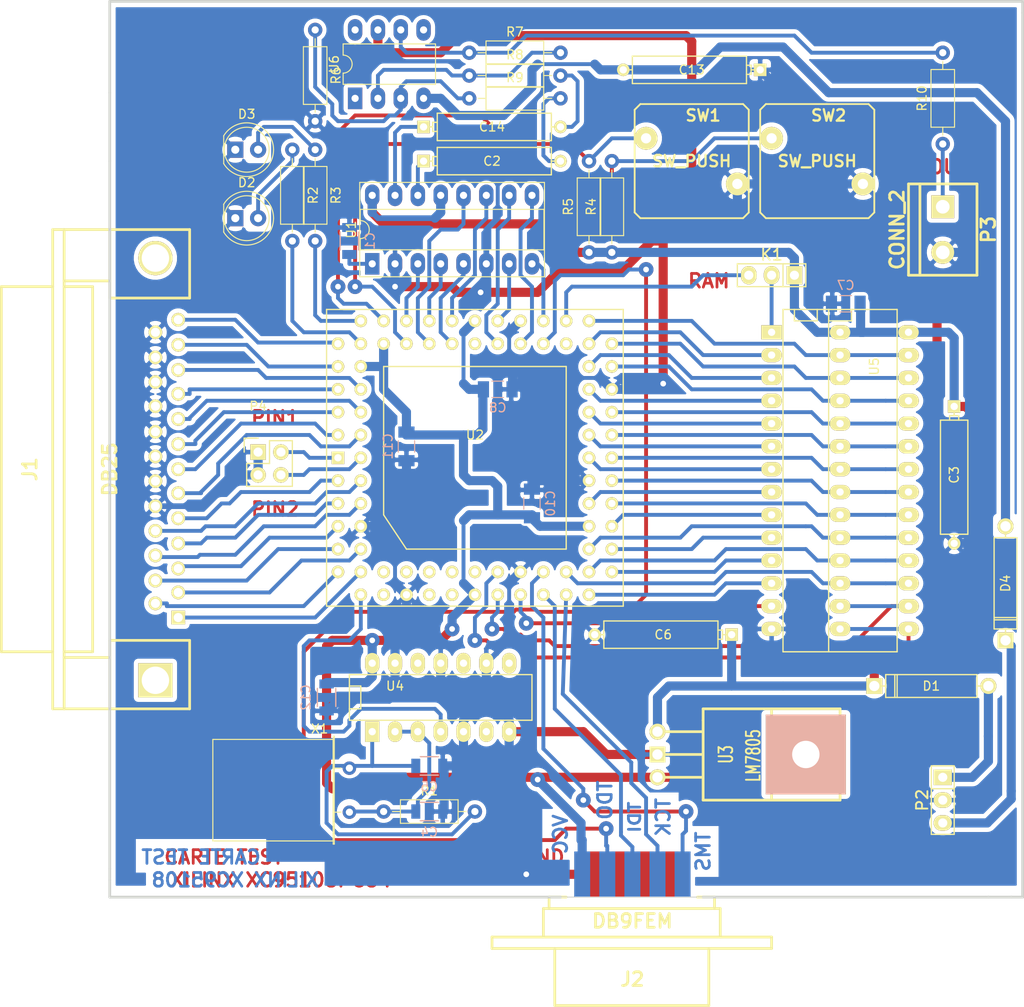
<source format=kicad_pcb>
(kicad_pcb (version 20171130) (host pcbnew "(2018-01-10 revision 5051dc8)-master")
  (title_block (title "CARTE TEST XILINX XC95108") (rev 0))
  (layers (0 Dessus signal) (31 Dessous signal) (34 B.Paste user) (35 F.Paste user) (36 B.SilkS user) (37 F.SilkS user) (38 B.Mask user) (39 F.Mask user) (44 Edge.Cuts user))
  (net 0 "")
  (net 1 +12V)
  (net 2 -12V)
  (net 3 /CSMEM)
  (net 4 /DAT0)
  (net 5 /DAT1)
  (net 6 /DAT2)
  (net 7 /DAT3)
  (net 8 /DAT4)
  (net 9 /DAT5)
  (net 10 /DAT6)
  (net 11 /DAT7)
  (net 12 /DCLK)
  (net 13 /LED1)
  (net 14 /LED2)
  (net 15 /MA0)
  (net 16 /MA1)
  (net 17 /MA2)
  (net 18 /MA3)
  (net 19 /MA4)
  (net 20 /MA5)
  (net 21 /MA6)
  (net 22 /MA7)
  (net 23 /MD0)
  (net 24 /MD1)
  (net 25 /MD10)
  (net 26 /MD11)
  (net 27 /MD12)
  (net 28 /MD13)
  (net 29 /MD14)
  (net 30 /MD2)
  (net 31 /MD3)
  (net 32 /MD4)
  (net 33 /MD5)
  (net 34 /MD6)
  (net 35 /MD7)
  (net 36 /MD8)
  (net 37 /MD9)
  (net 38 /OEMEM)
  (net 39 /PARBUS0)
  (net 40 /PARBUS1)
  (net 41 /PARBUS2)
  (net 42 /PARBUS3)
  (net 43 /PARBUS4)
  (net 44 /PARBUS5)
  (net 45 /PARBUS6)
  (net 46 /PARBUS7)
  (net 47 /PAR_AUX0/STROBE*)
  (net 48 /PAR_AUX1/ERROR*)
  (net 49 /PAR_AUX2/AUTOLF*)
  (net 50 /PAR_AUX3/SELECT*)
  (net 51 /PAR_AUX4/PE)
  (net 52 /PAR_AUX5/BUSY*)
  (net 53 /PAR_AUX6/ACK)
  (net 54 /PAR_AUX7/INIT)
  (net 55 /PAR_AUX8/SELECT)
  (net 56 /PIN_TEST0)
  (net 57 /PIN_TEST1)
  (net 58 /R/W-A14)
  (net 59 /SW0)
  (net 60 /SW1)
  (net 61 /TCK)
  (net 62 /TDI)
  (net 63 /TDO)
  (net 64 /TMS)
  (net 65 /XIN/CLK)
  (net 66 GND)
  (net 67 "Net-(C1-Pad1)")
  (net 68 "Net-(C14-Pad1)")
  (net 69 "Net-(C14-Pad2)")
  (net 70 "Net-(C2-Pad1)")
  (net 71 "Net-(C2-Pad2)")
  (net 72 "Net-(C4-Pad1)")
  (net 73 "Net-(C5-Pad1)")
  (net 74 "Net-(K1-Pad2)")
  (net 75 "Net-(P3-Pad1)")
  (net 76 "Net-(R10-Pad2)")
  (net 77 "Net-(R6-Pad1)")
  (net 78 "Net-(R7-Pad2)")
  (net 79 VCC)
  (net 80 "Net-(U2-Pad14)")
  (net 81 "Net-(U2-Pad15)")
  (net 82 "Net-(U2-Pad17)")
  (net 83 "Net-(U2-Pad18)")
  (net 84 "Net-(U2-Pad19)")
  (net 85 "Net-(U2-Pad20)")
  (net 86 "Net-(U2-Pad21)")
  (net 87 "Net-(U2-Pad23)")
  (net 88 "Net-(U2-Pad57)")
  (net 89 "Net-(U2-Pad65)")
  (net 90 "Net-(U4-Pad6)")
  (net 91 "Net-(U4-Pad8)")
  (net 92 "Net-(U4-Pad10)")
  (net 93 "Net-(U4-Pad12)")
  (net 94 "Net-(U6-Pad1)")
  (net 95 "Net-(U6-Pad5)")
  (net 96 "Net-(U6-Pad8)")
  (net 97 /+12BATT)
  (net 98 /-12BATT)
  (net 99 "Net-(D2-Pad2)")
  (net 100 "Net-(D3-Pad2)")
  (module Package_DIP:DIP-8_W7.62mm_LongPads (layer Dessus) (at 121.92 46.99 90)
    (fp_text reference U6 (at 3.81 -2.33 90) (layer F.SilkS))
    (fp_text value LM318N)
    (pad 1 thru_hole rect (at 0 0 90) (size 2.4 1.6) (drill 0.8) (layers *.Cu *.Mask) (net 94 "Net-(U6-Pad1)"))
    (pad 5 thru_hole oval (at 7.62 7.62 90) (size 2.4 1.6) (drill 0.8) (layers *.Cu *.Mask) (net 95 "Net-(U6-Pad5)"))
    (pad 2 thru_hole oval (at 0 2.54 90) (size 2.4 1.6) (drill 0.8) (layers *.Cu *.Mask) (net 78 "Net-(R7-Pad2)"))
    (pad 6 thru_hole oval (at 7.62 5.08 90) (size 2.4 1.6) (drill 0.8) (layers *.Cu *.Mask) (net 76 "Net-(R10-Pad2)"))
    (pad 3 thru_hole oval (at 0 5.08 90) (size 2.4 1.6) (drill 0.8) (layers *.Cu *.Mask) (net 77 "Net-(R6-Pad1)"))
    (pad 7 thru_hole oval (at 7.62 2.54 90) (size 2.4 1.6) (drill 0.8) (layers *.Cu *.Mask) (net 1 +12V))
    (pad 4 thru_hole oval (at 0 7.62 90) (size 2.4 1.6) (drill 0.8) (layers *.Cu *.Mask) (net 2 -12V))
    (pad 8 thru_hole oval (at 7.62 0 90) (size 2.4 1.6) (drill 0.8) (layers *.Cu *.Mask) (net 96 "Net-(U6-Pad8)"))
  )
  (module Capacitor_SMD:C_1206_3216Metric_Pad1.24x1.80mm_HandSolder (layer Dessous) (at 176.53 69.85 180)
    (fp_text reference C7 (at 0 2.05 180) (layer B.SilkS) (effects (justify mirror)))
    (fp_text value 100nF)
    (pad 2 smd rect (at 1.5925 0 180) (size 1.245 1.8) (layers Dessous B.Paste B.Mask) (net 66 GND))
    (pad 1 smd rect (at -1.5925 0 180) (size 1.245 1.8) (layers Dessous B.Paste B.Mask) (net 79 VCC))
  )
  (module Capacitor_SMD:C_1206_3216Metric_Pad1.24x1.80mm_HandSolder (layer Dessous) (at 137.795 79.375)
    (fp_text reference C8 (at 0 2.05) (layer B.SilkS) (effects (justify mirror)))
    (fp_text value 100nF)
    (pad 1 smd rect (at -1.5925 0) (size 1.245 1.8) (layers Dessous B.Paste B.Mask) (net 79 VCC))
    (pad 2 smd rect (at 1.5925 0) (size 1.245 1.8) (layers Dessous B.Paste B.Mask) (net 66 GND))
  )
  (module Capacitor_SMD:C_1206_3216Metric_Pad1.24x1.80mm_HandSolder (layer Dessous) (at 141.605 92.075 90)
    (fp_text reference C10 (at 0 2.05 90) (layer B.SilkS) (effects (justify mirror)))
    (fp_text value 100nF)
    (pad 2 smd rect (at 1.5925 0 90) (size 1.245 1.8) (layers Dessous B.Paste B.Mask) (net 66 GND))
    (pad 1 smd rect (at -1.5925 0 90) (size 1.245 1.8) (layers Dessous B.Paste B.Mask) (net 79 VCC))
  )
  (module Capacitor_SMD:C_1206_3216Metric_Pad1.24x1.80mm_HandSolder (layer Dessous) (at 127.635 85.725 270)
    (fp_text reference C11 (at 0 2.05 270) (layer B.SilkS) (effects (justify mirror)))
    (fp_text value 100nF)
    (pad 1 smd rect (at -1.5925 0 270) (size 1.245 1.8) (layers Dessous B.Paste B.Mask) (net 79 VCC))
    (pad 2 smd rect (at 1.5925 0 270) (size 1.245 1.8) (layers Dessous B.Paste B.Mask) (net 66 GND))
  )
  (module LED_THT:LED_D5.0mm (layer Dessus) (at 108.585 60.325)
    (fp_text reference D2 (at 1.27 -3.96) (layer F.SilkS))
    (fp_text value LED)
    (pad 2 thru_hole circle (at 2.54 0) (size 1.8 1.8) (drill 0.9) (layers *.Cu *.Mask) (net 99 "Net-(D2-Pad2)"))
    (pad 1 thru_hole rect (at 0 0) (size 1.8 1.8) (drill 0.9) (layers *.Cu *.Mask) (net 66 GND))
  )
  (module LED_THT:LED_D5.0mm (layer Dessus) (at 108.585 52.705)
    (fp_text reference D3 (at 1.27 -3.96) (layer F.SilkS))
    (fp_text value LED)
    (pad 1 thru_hole rect (at 0 0) (size 1.8 1.8) (drill 0.9) (layers *.Cu *.Mask) (net 66 GND))
    (pad 2 thru_hole circle (at 2.54 0) (size 1.8 1.8) (drill 0.9) (layers *.Cu *.Mask) (net 100 "Net-(D3-Pad2)"))
  )
  (module Crystal:Crystal_HC18-U_Horizontal (layer Dessus) (at 121.285 121.539 270)
    (fp_text reference X1 (at -4.375 3.3125) (layer F.SilkS))
    (fp_text value 10MHz)
    (pad 1 thru_hole circle (at 0 0 270) (size 1.5 1.5) (drill 0.8) (layers *.Cu *.Mask) (net 73 "Net-(C5-Pad1)"))
    (pad 2 thru_hole circle (at 4.9 0 270) (size 1.5 1.5) (drill 0.8) (layers *.Cu *.Mask) (net 72 "Net-(C4-Pad1)"))
  )
  (module Package_DIP:DIP-16_W7.62mm_Socket_LongPads (layer Dessus) (at 123.825 65.405 90)
    (fp_text reference U1 (at 3.81 -2.33 90) (layer F.SilkS))
    (fp_text value TDA8702)
    (pad 1 thru_hole rect (at 0 0 90) (size 2.4 1.6) (drill 0.8) (layers *.Cu *.Mask) (net 67 "Net-(C1-Pad1)"))
    (pad 9 thru_hole oval (at 7.62 17.78 90) (size 2.4 1.6) (drill 0.8) (layers *.Cu *.Mask) (net 9 /DAT5))
    (pad 2 thru_hole oval (at 0 2.54 90) (size 2.4 1.6) (drill 0.8) (layers *.Cu *.Mask) (net 66 GND))
    (pad 10 thru_hole oval (at 7.62 15.24 90) (size 2.4 1.6) (drill 0.8) (layers *.Cu *.Mask) (net 8 /DAT4))
    (pad 3 thru_hole oval (at 0 5.08 90) (size 2.4 1.6) (drill 0.8) (layers *.Cu *.Mask) (net 6 /DAT2))
    (pad 11 thru_hole oval (at 7.62 12.7 90) (size 2.4 1.6) (drill 0.8) (layers *.Cu *.Mask) (net 5 /DAT1))
    (pad 4 thru_hole oval (at 0 7.62 90) (size 2.4 1.6) (drill 0.8) (layers *.Cu *.Mask) (net 7 /DAT3))
    (pad 12 thru_hole oval (at 7.62 10.16 90) (size 2.4 1.6) (drill 0.8) (layers *.Cu *.Mask) (net 4 /DAT0))
    (pad 5 thru_hole oval (at 0 10.16 90) (size 2.4 1.6) (drill 0.8) (layers *.Cu *.Mask) (net 12 /DCLK))
    (pad 13 thru_hole oval (at 7.62 7.62 90) (size 2.4 1.6) (drill 0.8) (layers *.Cu *.Mask) (net 79 VCC))
    (pad 6 thru_hole oval (at 0 12.7 90) (size 2.4 1.6) (drill 0.8) (layers *.Cu *.Mask) (net 66 GND))
    (pad 14 thru_hole oval (at 7.62 5.08 90) (size 2.4 1.6) (drill 0.8) (layers *.Cu *.Mask) (net 70 "Net-(C2-Pad1)"))
    (pad 7 thru_hole oval (at 0 15.24 90) (size 2.4 1.6) (drill 0.8) (layers *.Cu *.Mask) (net 11 /DAT7))
    (pad 15 thru_hole oval (at 7.62 2.54 90) (size 2.4 1.6) (drill 0.8) (layers *.Cu *.Mask) (net 68 "Net-(C14-Pad1)"))
    (pad 8 thru_hole oval (at 0 17.78 90) (size 2.4 1.6) (drill 0.8) (layers *.Cu *.Mask) (net 10 /DAT6))
    (pad 16 thru_hole oval (at 7.62 0 90) (size 2.4 1.6) (drill 0.8) (layers *.Cu *.Mask) (net 79 VCC))
  )
  (module Resistor_THT:R_Axial_DIN0207_L6.3mm_D2.5mm_P10.16mm_Horizontal (layer Dessus) (at 117.475 52.705 270)
    (fp_text reference R3 (at 5.08 -2.31 270) (layer F.SilkS))
    (fp_text value 330)
    (pad 2 thru_hole oval (at 10.16 0 270) (size 1.6 1.6) (drill 0.8) (layers *.Cu *.Mask) (net 14 /LED2))
    (pad 1 thru_hole circle (at 0 0 270) (size 1.6 1.6) (drill 0.8) (layers *.Cu *.Mask) (net 100 "Net-(D3-Pad2)"))
  )
  (module Resistor_THT:R_Axial_DIN0207_L6.3mm_D2.5mm_P10.16mm_Horizontal (layer Dessus) (at 134.62 41.91)
    (fp_text reference R7 (at 5.08 -2.31) (layer F.SilkS))
    (fp_text value 1,1K)
    (pad 1 thru_hole circle (at 0 0) (size 1.6 1.6) (drill 0.8) (layers *.Cu *.Mask) (net 76 "Net-(R10-Pad2)"))
    (pad 2 thru_hole oval (at 10.16 0) (size 1.6 1.6) (drill 0.8) (layers *.Cu *.Mask) (net 78 "Net-(R7-Pad2)"))
  )
  (module Resistor_THT:R_Axial_DIN0207_L6.3mm_D2.5mm_P10.16mm_Horizontal (layer Dessus) (at 117.475 39.37 270)
    (fp_text reference R6 (at 5.08 -2.31 270) (layer F.SilkS))
    (fp_text value 1,1k)
    (pad 2 thru_hole oval (at 10.16 0 270) (size 1.6 1.6) (drill 0.8) (layers *.Cu *.Mask) (net 66 GND))
    (pad 1 thru_hole circle (at 0 0 270) (size 1.6 1.6) (drill 0.8) (layers *.Cu *.Mask) (net 77 "Net-(R6-Pad1)"))
  )
  (module Resistor_THT:R_Axial_DIN0207_L6.3mm_D2.5mm_P10.16mm_Horizontal (layer Dessus) (at 147.955 64.135 90)
    (fp_text reference R5 (at 5.08 -2.31 90) (layer F.SilkS))
    (fp_text value 4,7K)
    (pad 1 thru_hole circle (at 0 0 90) (size 1.6 1.6) (drill 0.8) (layers *.Cu *.Mask) (net 79 VCC))
    (pad 2 thru_hole oval (at 10.16 0 90) (size 1.6 1.6) (drill 0.8) (layers *.Cu *.Mask) (net 59 /SW0))
  )
  (module Resistor_THT:R_Axial_DIN0207_L6.3mm_D2.5mm_P10.16mm_Horizontal (layer Dessus) (at 150.495 64.135 90)
    (fp_text reference R4 (at 5.08 -2.31 90) (layer F.SilkS))
    (fp_text value 4,7K)
    (pad 2 thru_hole oval (at 10.16 0 90) (size 1.6 1.6) (drill 0.8) (layers *.Cu *.Mask) (net 60 /SW1))
    (pad 1 thru_hole circle (at 0 0 90) (size 1.6 1.6) (drill 0.8) (layers *.Cu *.Mask) (net 79 VCC))
  )
  (module Resistor_THT:R_Axial_DIN0207_L6.3mm_D2.5mm_P10.16mm_Horizontal (layer Dessus) (at 125.095 126.365)
    (fp_text reference R1 (at 5.08 -2.31) (layer F.SilkS))
    (fp_text value 100K)
    (pad 1 thru_hole circle (at 0 0) (size 1.6 1.6) (drill 0.8) (layers *.Cu *.Mask) (net 72 "Net-(C4-Pad1)"))
    (pad 2 thru_hole oval (at 10.16 0) (size 1.6 1.6) (drill 0.8) (layers *.Cu *.Mask) (net 73 "Net-(C5-Pad1)"))
  )
  (module Resistor_THT:R_Axial_DIN0207_L6.3mm_D2.5mm_P10.16mm_Horizontal (layer Dessus) (at 134.62 46.99)
    (fp_text reference R9 (at 5.08 -2.31) (layer F.SilkS))
    (fp_text value 2,2K)
    (pad 2 thru_hole oval (at 10.16 0) (size 1.6 1.6) (drill 0.8) (layers *.Cu *.Mask) (net 71 "Net-(C2-Pad2)"))
    (pad 1 thru_hole circle (at 0 0) (size 1.6 1.6) (drill 0.8) (layers *.Cu *.Mask) (net 77 "Net-(R6-Pad1)"))
  )
  (module Resistor_THT:R_Axial_DIN0207_L6.3mm_D2.5mm_P10.16mm_Horizontal (layer Dessus) (at 187.325 52.07 90)
    (fp_text reference R10 (at 5.08 -2.31 90) (layer F.SilkS))
    (fp_text value 75)
    (pad 1 thru_hole circle (at 0 0 90) (size 1.6 1.6) (drill 0.8) (layers *.Cu *.Mask) (net 75 "Net-(P3-Pad1)"))
    (pad 2 thru_hole oval (at 10.16 0 90) (size 1.6 1.6) (drill 0.8) (layers *.Cu *.Mask) (net 76 "Net-(R10-Pad2)"))
  )
  (module Resistor_THT:R_Axial_DIN0207_L6.3mm_D2.5mm_P10.16mm_Horizontal (layer Dessus) (at 134.62 44.45)
    (fp_text reference R8 (at 5.08 -2.31) (layer F.SilkS))
    (fp_text value 2,2K)
    (pad 2 thru_hole oval (at 10.16 0) (size 1.6 1.6) (drill 0.8) (layers *.Cu *.Mask) (net 69 "Net-(C14-Pad2)"))
    (pad 1 thru_hole circle (at 0 0) (size 1.6 1.6) (drill 0.8) (layers *.Cu *.Mask) (net 78 "Net-(R7-Pad2)"))
  )
  (module Resistor_THT:R_Axial_DIN0207_L6.3mm_D2.5mm_P10.16mm_Horizontal (layer Dessus) (at 114.935 52.705 270)
    (fp_text reference R2 (at 5.08 -2.31 270) (layer F.SilkS))
    (fp_text value 330)
    (pad 1 thru_hole circle (at 0 0 270) (size 1.6 1.6) (drill 0.8) (layers *.Cu *.Mask) (net 99 "Net-(D2-Pad2)"))
    (pad 2 thru_hole oval (at 10.16 0 270) (size 1.6 1.6) (drill 0.8) (layers *.Cu *.Mask) (net 13 /LED1))
  )
  (module Capacitors_SMD:C_1206 (layer Dessous) (at 121.285 62.865 90)
    (fp_text reference C1 (at 0 2.3 90) (layer B.SilkS) (effects (justify mirror)))
    (fp_text value 100nF)
    (pad 1 smd rect (at -1.5 0 90) (size 1 1.6) (layers Dessous B.Paste B.Mask) (net 67 "Net-(C1-Pad1)"))
    (pad 2 smd rect (at 1.5 0 90) (size 1 1.6) (layers Dessous B.Paste B.Mask) (net 66 GND))
  )
  (module Discret:CP6 (layer Dessus) (at 137.16 53.975)
    (fp_text reference C2 (at 0 0) (layer F.SilkS))
    (fp_text value 10uF)
    (pad 1 thru_hole rect (at -7.62 0) (size 1.397 1.397) (drill 0.8128) (layers *.Cu *.Mask F.SilkS) (net 70 "Net-(C2-Pad1)"))
    (pad 2 thru_hole circle (at 7.62 0) (size 1.397 1.397) (drill 0.8128) (layers *.Cu *.Mask F.SilkS) (net 71 "Net-(C2-Pad2)"))
  )
  (module Discret:CP6 (layer Dessus) (at 188.595 88.9 270)
    (fp_text reference C3 (at 0 0 270) (layer F.SilkS))
    (fp_text value 10uF)
    (pad 1 thru_hole rect (at -7.62 0 270) (size 1.397 1.397) (drill 0.8128) (layers *.Cu *.Mask F.SilkS) (net 79 VCC))
    (pad 2 thru_hole circle (at 7.62 0 270) (size 1.397 1.397) (drill 0.8128) (layers *.Cu *.Mask F.SilkS) (net 66 GND))
  )
  (module Capacitors_SMD:C_1206 (layer Dessous) (at 130.175 126.365)
    (fp_text reference C4 (at 0 2.3) (layer B.SilkS) (effects (justify mirror)))
    (fp_text value 22pF)
    (pad 1 smd rect (at -1.5 0) (size 1 1.6) (layers Dessous B.Paste B.Mask) (net 72 "Net-(C4-Pad1)"))
    (pad 2 smd rect (at 1.5 0) (size 1 1.6) (layers Dessous B.Paste B.Mask) (net 66 GND))
  )
  (module Capacitors_SMD:C_1206 (layer Dessous) (at 130.175 121.285)
    (fp_text reference C5 (at 0 2.3) (layer B.SilkS) (effects (justify mirror)))
    (fp_text value 22pF)
    (pad 1 smd rect (at -1.5 0) (size 1 1.6) (layers Dessous B.Paste B.Mask) (net 73 "Net-(C5-Pad1)"))
    (pad 2 smd rect (at 1.5 0) (size 1 1.6) (layers Dessous B.Paste B.Mask) (net 66 GND))
  )
  (module Discret:CP6 (layer Dessus) (at 156.21 106.68 180)
    (fp_text reference C6 (at 0 0 180) (layer F.SilkS))
    (fp_text value 47uF)
    (pad 1 thru_hole rect (at -7.62 0 180) (size 1.397 1.397) (drill 0.8128) (layers *.Cu *.Mask F.SilkS) (net 1 +12V))
    (pad 2 thru_hole circle (at 7.62 0 180) (size 1.397 1.397) (drill 0.8128) (layers *.Cu *.Mask F.SilkS) (net 66 GND))
  )
  (module Capacitors_SMD:C_1206 (layer Dessous) (at 118.745 113.665 270)
    (fp_text reference C12 (at 0 2.3 270) (layer B.SilkS) (effects (justify mirror)))
    (fp_text value 100nF)
    (pad 1 smd rect (at -1.5 0 270) (size 1 1.6) (layers Dessous B.Paste B.Mask) (net 79 VCC))
    (pad 2 smd rect (at 1.5 0 270) (size 1 1.6) (layers Dessous B.Paste B.Mask) (net 66 GND))
  )
  (module Discret:CP6 (layer Dessus) (at 159.385 43.815 180)
    (fp_text reference C13 (at 0 0 180) (layer F.SilkS))
    (fp_text value 10uF)
    (pad 1 thru_hole rect (at -7.62 0 180) (size 1.397 1.397) (drill 0.8128) (layers *.Cu *.Mask F.SilkS) (net 66 GND))
    (pad 2 thru_hole circle (at 7.62 0 180) (size 1.397 1.397) (drill 0.8128) (layers *.Cu *.Mask F.SilkS) (net 2 -12V))
  )
  (module Discret:CP6 (layer Dessus) (at 137.16 50.165)
    (fp_text reference C14 (at 0 0) (layer F.SilkS))
    (fp_text value 10uF)
    (pad 1 thru_hole rect (at -7.62 0) (size 1.397 1.397) (drill 0.8128) (layers *.Cu *.Mask F.SilkS) (net 68 "Net-(C14-Pad1)"))
    (pad 2 thru_hole circle (at 7.62 0) (size 1.397 1.397) (drill 0.8128) (layers *.Cu *.Mask F.SilkS) (net 69 "Net-(C14-Pad2)"))
  )
  (module Connect:DB25FC (layer Dessus) (at 100.965 88.265 90)
    (fp_text reference J1 (at 0 -15.24 90) (layer F.SilkS) (effects (font (size 1.524 1.524) (thickness 0.3048))))
    (fp_text value DB25 (at 0 -6.35 90) (layer F.SilkS) (effects (font (size 1.524 1.524) (thickness 0.3048))))
    (pad "" thru_hole circle (at 23.495 -1.27 90) (size 3.81 3.81) (drill 3.048) (layers *.Cu *.Mask F.SilkS))
    (pad "" thru_hole rect (at -23.495 -1.27 90) (size 3.81 3.81) (drill 3.048) (layers *.Cu *.Mask F.SilkS))
    (pad 1 thru_hole rect (at -16.51 1.27 90) (size 1.524 1.524) (drill 1.016) (layers *.Cu *.Mask F.SilkS) (net 47 /PAR_AUX0/STROBE*))
    (pad 2 thru_hole circle (at -13.716 1.27 90) (size 1.524 1.524) (drill 1.016) (layers *.Cu *.Mask F.SilkS) (net 39 /PARBUS0))
    (pad 3 thru_hole circle (at -11.049 1.27 90) (size 1.524 1.524) (drill 1.016) (layers *.Cu *.Mask F.SilkS) (net 40 /PARBUS1))
    (pad 4 thru_hole circle (at -8.255 1.27 90) (size 1.524 1.524) (drill 1.016) (layers *.Cu *.Mask F.SilkS) (net 41 /PARBUS2))
    (pad 5 thru_hole circle (at -5.461 1.27 90) (size 1.524 1.524) (drill 1.016) (layers *.Cu *.Mask F.SilkS) (net 42 /PARBUS3))
    (pad 6 thru_hole circle (at -2.667 1.27 90) (size 1.524 1.524) (drill 1.016) (layers *.Cu *.Mask F.SilkS) (net 43 /PARBUS4))
    (pad 7 thru_hole circle (at 0 1.27 90) (size 1.524 1.524) (drill 1.016) (layers *.Cu *.Mask F.SilkS) (net 44 /PARBUS5))
    (pad 8 thru_hole circle (at 2.794 1.27 90) (size 1.524 1.524) (drill 1.016) (layers *.Cu *.Mask F.SilkS) (net 45 /PARBUS6))
    (pad 9 thru_hole circle (at 5.588 1.27 90) (size 1.524 1.524) (drill 1.016) (layers *.Cu *.Mask F.SilkS) (net 46 /PARBUS7))
    (pad 10 thru_hole circle (at 8.382 1.27 90) (size 1.524 1.524) (drill 1.016) (layers *.Cu *.Mask F.SilkS) (net 53 /PAR_AUX6/ACK))
    (pad 11 thru_hole circle (at 11.049 1.27 90) (size 1.524 1.524) (drill 1.016) (layers *.Cu *.Mask F.SilkS) (net 52 /PAR_AUX5/BUSY*))
    (pad 12 thru_hole circle (at 13.843 1.27 90) (size 1.524 1.524) (drill 1.016) (layers *.Cu *.Mask F.SilkS) (net 51 /PAR_AUX4/PE))
    (pad 13 thru_hole circle (at 16.637 1.27 90) (size 1.524 1.524) (drill 1.016) (layers *.Cu *.Mask F.SilkS) (net 50 /PAR_AUX3/SELECT*))
    (pad 14 thru_hole circle (at -14.9352 -1.27 90) (size 1.524 1.524) (drill 1.016) (layers *.Cu *.Mask F.SilkS) (net 49 /PAR_AUX2/AUTOLF*))
    (pad 15 thru_hole circle (at -12.3952 -1.27 90) (size 1.524 1.524) (drill 1.016) (layers *.Cu *.Mask F.SilkS) (net 48 /PAR_AUX1/ERROR*))
    (pad 16 thru_hole circle (at -9.6012 -1.27 90) (size 1.524 1.524) (drill 1.016) (layers *.Cu *.Mask F.SilkS) (net 54 /PAR_AUX7/INIT))
    (pad 17 thru_hole circle (at -6.858 -1.27 90) (size 1.524 1.524) (drill 1.016) (layers *.Cu *.Mask F.SilkS) (net 55 /PAR_AUX8/SELECT))
    (pad 18 thru_hole circle (at -4.1148 -1.27 90) (size 1.524 1.524) (drill 1.016) (layers *.Cu *.Mask F.SilkS) (net 66 GND))
    (pad 19 thru_hole circle (at -1.3208 -1.27 90) (size 1.524 1.524) (drill 1.016) (layers *.Cu *.Mask F.SilkS) (net 66 GND))
    (pad 20 thru_hole circle (at 1.4224 -1.27 90) (size 1.524 1.524) (drill 1.016) (layers *.Cu *.Mask F.SilkS) (net 66 GND))
    (pad 21 thru_hole circle (at 4.1656 -1.27 90) (size 1.524 1.524) (drill 1.016) (layers *.Cu *.Mask F.SilkS) (net 66 GND))
    (pad 22 thru_hole circle (at 7.0104 -1.27 90) (size 1.524 1.524) (drill 1.016) (layers *.Cu *.Mask F.SilkS) (net 66 GND))
    (pad 23 thru_hole circle (at 9.7028 -1.27 90) (size 1.524 1.524) (drill 1.016) (layers *.Cu *.Mask F.SilkS) (net 66 GND))
    (pad 24 thru_hole circle (at 12.446 -1.27 90) (size 1.524 1.524) (drill 1.016) (layers *.Cu *.Mask F.SilkS) (net 66 GND))
    (pad 25 thru_hole circle (at 15.24 -1.27 90) (size 1.524 1.524) (drill 1.016) (layers *.Cu *.Mask F.SilkS) (net 66 GND))
  )
  (module Connect:DB9F_CI_INVERT (layer Dessus) (at 152.781 135.89 180)
    (fp_text reference J2 (at 0 -9.144 180) (layer F.SilkS) (effects (font (size 1.524 1.524) (thickness 0.3048))))
    (fp_text value DB9FEM (at 0 -2.667 180) (layer F.SilkS) (effects (font (size 1.524 1.524) (thickness 0.3048))))
    (pad 2 connect rect (at 2.794 2.54 180) (size 1.778 5.08) (layers Dessous B.Mask) (net 63 /TDO))
    (pad 3 connect rect (at 0 2.54 180) (size 1.778 5.08) (layers Dessous B.Mask) (net 62 /TDI))
    (pad 4 connect rect (at -2.794 2.54 180) (size 1.778 5.08) (layers Dessous B.Mask) (net 61 /TCK))
    (pad 5 connect rect (at -5.588 2.54 180) (size 1.778 5.08) (layers Dessous B.Mask) (net 64 /TMS))
    (pad 1 connect rect (at 5.588 2.54 180) (size 1.778 5.08) (layers Dessous B.Mask) (net 79 VCC))
    (pad 9 connect rect (at -4.191 2.54 180) (size 1.778 5.08) (layers Dessus F.Mask) (net 66 GND))
    (pad 8 connect rect (at -1.397 2.54 180) (size 1.778 5.08) (layers Dessus F.Mask) (net 66 GND))
    (pad 7 connect rect (at 1.397 2.54 180) (size 1.778 5.08) (layers Dessus F.Mask) (net 66 GND))
    (pad 6 connect rect (at 4.191 2.54 180) (size 1.778 5.08) (layers Dessus F.Mask) (net 66 GND))
  )
  (module Connect:bornier2 (layer Dessus) (at 187.325 61.595 270)
    (fp_text reference P3 (at 0 -5.08 270) (layer F.SilkS) (effects (font (size 1.524 1.524) (thickness 0.3048))))
    (fp_text value CONN_2 (at 0 5.08 270) (layer F.SilkS) (effects (font (size 1.524 1.524) (thickness 0.3048))))
    (pad 1 thru_hole rect (at -2.54 0 270) (size 2.54 2.54) (drill 1.524) (layers *.Cu *.Mask F.SilkS) (net 75 "Net-(P3-Pad1)"))
    (pad 2 thru_hole circle (at 2.54 0 270) (size 2.54 2.54) (drill 1.524) (layers *.Cu *.Mask F.SilkS) (net 66 GND))
  )
  (module Discret:SW_PUSH (layer Dessus) (at 159.385 53.975)
    (fp_text reference SW1 (at 1.27 -5.08) (layer F.SilkS) (effects (font (size 1.27 1.27) (thickness 0.254))))
    (fp_text value SW_PUSH (at 0 0) (layer F.SilkS) (effects (font (size 1.27 1.27) (thickness 0.254))))
    (pad 1 thru_hole circle (at -5.08 -2.54) (size 2.54 2.54) (drill 1.143) (layers *.Cu *.Mask F.SilkS) (net 59 /SW0))
    (pad 2 thru_hole circle (at 5.08 2.54) (size 2.54 2.54) (drill 1.143) (layers *.Cu *.Mask F.SilkS) (net 66 GND))
  )
  (module Discret:SW_PUSH (layer Dessus) (at 173.355 53.975)
    (fp_text reference SW2 (at 1.27 -5.08) (layer F.SilkS) (effects (font (size 1.27 1.27) (thickness 0.254))))
    (fp_text value SW_PUSH (at 0 0) (layer F.SilkS) (effects (font (size 1.27 1.27) (thickness 0.254))))
    (pad 1 thru_hole circle (at -5.08 -2.54) (size 2.54 2.54) (drill 1.143) (layers *.Cu *.Mask F.SilkS) (net 60 /SW1))
    (pad 2 thru_hole circle (at 5.08 2.54) (size 2.54 2.54) (drill 1.143) (layers *.Cu *.Mask F.SilkS) (net 66 GND))
  )
  (module Discret:LM78XX (layer Dessus) (at 155.575 120.015)
    (fp_text reference U3 (at 7.62 0 90) (layer F.SilkS) (effects (font (size 1.524 1.016) (thickness 0.2032))))
    (fp_text value LM7805 (at 10.668 0.127 90) (layer F.SilkS) (effects (font (size 1.524 1.016) (thickness 0.2032))))
    (pad 4 thru_hole rect (at 16.51 0) (size 8.89 8.89) (drill 3.048) (layers *.Cu *.SilkS *.Mask))
    (pad VI thru_hole circle (at 0 -2.54) (size 1.778 1.778) (drill 1.143) (layers *.Cu *.Mask F.SilkS) (net 1 +12V))
    (pad GND thru_hole rect (at 0 0) (size 1.778 1.778) (drill 1.143) (layers *.Cu *.Mask F.SilkS) (net 66 GND))
    (pad VO thru_hole circle (at 0 2.54) (size 1.778 1.778) (drill 1.143) (layers *.Cu *.Mask F.SilkS) (net 79 VCC))
  )
  (module Sockets_DIP:DIP-14__300_ELL (layer Dessus) (at 131.445 113.665)
    (fp_text reference U4 (at -5.08 -1.27) (layer F.SilkS))
    (fp_text value 74HC04)
    (pad 1 thru_hole rect (at -7.62 3.81) (size 1.5748 2.286) (drill 0.8128) (layers *.Cu *.Mask F.SilkS) (net 73 "Net-(C5-Pad1)"))
    (pad 2 thru_hole oval (at -5.08 3.81) (size 1.5748 2.286) (drill 0.8128) (layers *.Cu *.Mask F.SilkS) (net 72 "Net-(C4-Pad1)"))
    (pad 3 thru_hole oval (at -2.54 3.81) (size 1.5748 2.286) (drill 0.8128) (layers *.Cu *.Mask F.SilkS) (net 72 "Net-(C4-Pad1)"))
    (pad 4 thru_hole oval (at 0 3.81) (size 1.5748 2.286) (drill 0.8128) (layers *.Cu *.Mask F.SilkS) (net 65 /XIN/CLK))
    (pad 5 thru_hole oval (at 2.54 3.81) (size 1.5748 2.286) (drill 0.8128) (layers *.Cu *.Mask F.SilkS) (net 66 GND))
    (pad 6 thru_hole oval (at 5.08 3.81) (size 1.5748 2.286) (drill 0.8128) (layers *.Cu *.Mask F.SilkS) (net 90 "Net-(U4-Pad6)"))
    (pad 7 thru_hole oval (at 7.62 3.81) (size 1.5748 2.286) (drill 0.8128) (layers *.Cu *.Mask F.SilkS) (net 66 GND))
    (pad 8 thru_hole oval (at 7.62 -3.81) (size 1.5748 2.286) (drill 0.8128) (layers *.Cu *.Mask F.SilkS) (net 91 "Net-(U4-Pad8)"))
    (pad 9 thru_hole oval (at 5.08 -3.81) (size 1.5748 2.286) (drill 0.8128) (layers *.Cu *.Mask F.SilkS) (net 66 GND))
    (pad 10 thru_hole oval (at 2.54 -3.81) (size 1.5748 2.286) (drill 0.8128) (layers *.Cu *.Mask F.SilkS) (net 92 "Net-(U4-Pad10)"))
    (pad 11 thru_hole oval (at 0 -3.81) (size 1.5748 2.286) (drill 0.8128) (layers *.Cu *.Mask F.SilkS) (net 66 GND))
    (pad 12 thru_hole oval (at -2.54 -3.81) (size 1.5748 2.286) (drill 0.8128) (layers *.Cu *.Mask F.SilkS) (net 93 "Net-(U4-Pad12)"))
    (pad 13 thru_hole oval (at -5.08 -3.81) (size 1.5748 2.286) (drill 0.8128) (layers *.Cu *.Mask F.SilkS) (net 66 GND))
    (pad 14 thru_hole oval (at -7.62 -3.81) (size 1.5748 2.286) (drill 0.8128) (layers *.Cu *.Mask F.SilkS) (net 79 VCC))
  )
  (module Sockets_DIP:DIP-28__300__600_ELL (layer Dessus) (at 175.895 89.535 270)
    (fp_text reference U5 (at -12.7 -3.81 270) (layer F.SilkS))
    (fp_text value RAM_32KO)
    (pad 1 thru_hole rect (at -16.51 7.62 270) (size 1.5748 2.286) (drill 0.8128) (layers *.Cu *.Mask F.SilkS) (net 74 "Net-(K1-Pad2)"))
    (pad 2 thru_hole oval (at -13.97 7.62 270) (size 1.5748 2.286) (drill 0.8128) (layers *.Cu *.Mask F.SilkS) (net 27 /MD12))
    (pad 3 thru_hole oval (at -11.43 7.62 270) (size 1.5748 2.286) (drill 0.8128) (layers *.Cu *.Mask F.SilkS) (net 35 /MD7))
    (pad 4 thru_hole oval (at -8.89 7.62 270) (size 1.5748 2.286) (drill 0.8128) (layers *.Cu *.Mask F.SilkS) (net 34 /MD6))
    (pad 5 thru_hole oval (at -6.35 7.62 270) (size 1.5748 2.286) (drill 0.8128) (layers *.Cu *.Mask F.SilkS) (net 33 /MD5))
    (pad 6 thru_hole oval (at -3.81 7.62 270) (size 1.5748 2.286) (drill 0.8128) (layers *.Cu *.Mask F.SilkS) (net 32 /MD4))
    (pad 7 thru_hole oval (at -1.27 7.62 270) (size 1.5748 2.286) (drill 0.8128) (layers *.Cu *.Mask F.SilkS) (net 31 /MD3))
    (pad 8 thru_hole oval (at 1.27 7.62 270) (size 1.5748 2.286) (drill 0.8128) (layers *.Cu *.Mask F.SilkS) (net 30 /MD2))
    (pad 9 thru_hole oval (at 3.81 7.62 270) (size 1.5748 2.286) (drill 0.8128) (layers *.Cu *.Mask F.SilkS) (net 24 /MD1))
    (pad 10 thru_hole oval (at 6.35 7.62 270) (size 1.5748 2.286) (drill 0.8128) (layers *.Cu *.Mask F.SilkS) (net 23 /MD0))
    (pad 11 thru_hole oval (at 8.89 7.62 270) (size 1.5748 2.286) (drill 0.8128) (layers *.Cu *.Mask F.SilkS) (net 15 /MA0))
    (pad 12 thru_hole oval (at 11.43 7.62 270) (size 1.5748 2.286) (drill 0.8128) (layers *.Cu *.Mask F.SilkS) (net 16 /MA1))
    (pad 13 thru_hole oval (at 13.97 7.62 270) (size 1.5748 2.286) (drill 0.8128) (layers *.Cu *.Mask F.SilkS) (net 17 /MA2))
    (pad 14 thru_hole oval (at 16.51 7.62 270) (size 1.5748 2.286) (drill 0.8128) (layers *.Cu *.Mask F.SilkS) (net 66 GND))
    (pad 15 thru_hole oval (at 16.51 -7.62 270) (size 1.5748 2.286) (drill 0.8128) (layers *.Cu *.Mask F.SilkS) (net 18 /MA3))
    (pad 16 thru_hole oval (at 13.97 -7.62 270) (size 1.5748 2.286) (drill 0.8128) (layers *.Cu *.Mask F.SilkS) (net 19 /MA4))
    (pad 17 thru_hole oval (at 11.43 -7.62 270) (size 1.5748 2.286) (drill 0.8128) (layers *.Cu *.Mask F.SilkS) (net 20 /MA5))
    (pad 18 thru_hole oval (at 8.89 -7.62 270) (size 1.5748 2.286) (drill 0.8128) (layers *.Cu *.Mask F.SilkS) (net 21 /MA6))
    (pad 19 thru_hole oval (at 6.35 -7.62 270) (size 1.5748 2.286) (drill 0.8128) (layers *.Cu *.Mask F.SilkS) (net 22 /MA7))
    (pad 20 thru_hole oval (at 3.81 -7.62 270) (size 1.5748 2.286) (drill 0.8128) (layers *.Cu *.Mask F.SilkS) (net 3 /CSMEM))
    (pad 21 thru_hole oval (at 1.27 -7.62 270) (size 1.5748 2.286) (drill 0.8128) (layers *.Cu *.Mask F.SilkS) (net 25 /MD10))
    (pad 22 thru_hole oval (at -1.27 -7.62 270) (size 1.5748 2.286) (drill 0.8128) (layers *.Cu *.Mask F.SilkS) (net 38 /OEMEM))
    (pad 23 thru_hole oval (at -3.81 -7.62 270) (size 1.5748 2.286) (drill 0.8128) (layers *.Cu *.Mask F.SilkS) (net 26 /MD11))
    (pad 24 thru_hole oval (at -6.35 -7.62 270) (size 1.5748 2.286) (drill 0.8128) (layers *.Cu *.Mask F.SilkS) (net 37 /MD9))
    (pad 25 thru_hole oval (at -8.89 -7.62 270) (size 1.5748 2.286) (drill 0.8128) (layers *.Cu *.Mask F.SilkS) (net 36 /MD8))
    (pad 26 thru_hole oval (at -11.43 -7.62 270) (size 1.5748 2.286) (drill 0.8128) (layers *.Cu *.Mask F.SilkS) (net 28 /MD13))
    (pad 27 thru_hole oval (at -13.97 -7.62 270) (size 1.5748 2.286) (drill 0.8128) (layers *.Cu *.Mask F.SilkS) (net 58 /R/W-A14))
    (pad 28 thru_hole oval (at -16.51 -7.62 270) (size 1.5748 2.286) (drill 0.8128) (layers *.Cu *.Mask F.SilkS) (net 79 VCC))
    (pad 15 thru_hole oval (at 16.51 0 270) (size 1.5748 2.286) (drill 0.8128) (layers *.Cu *.Mask F.SilkS) (net 18 /MA3))
    (pad 16 thru_hole oval (at 13.97 0 270) (size 1.5748 2.286) (drill 0.8128) (layers *.Cu *.Mask F.SilkS) (net 19 /MA4))
    (pad 17 thru_hole oval (at 11.43 0 270) (size 1.5748 2.286) (drill 0.8128) (layers *.Cu *.Mask F.SilkS) (net 20 /MA5))
    (pad 18 thru_hole oval (at 8.89 0 270) (size 1.5748 2.286) (drill 0.8128) (layers *.Cu *.Mask F.SilkS) (net 21 /MA6))
    (pad 19 thru_hole oval (at 6.35 0 270) (size 1.5748 2.286) (drill 0.8128) (layers *.Cu *.Mask F.SilkS) (net 22 /MA7))
    (pad 20 thru_hole oval (at 3.81 0 270) (size 1.5748 2.286) (drill 0.8128) (layers *.Cu *.Mask F.SilkS) (net 3 /CSMEM))
    (pad 21 thru_hole oval (at 1.27 0 270) (size 1.5748 2.286) (drill 0.8128) (layers *.Cu *.Mask F.SilkS) (net 25 /MD10))
    (pad 22 thru_hole oval (at -1.27 0 270) (size 1.5748 2.286) (drill 0.8128) (layers *.Cu *.Mask F.SilkS) (net 38 /OEMEM))
    (pad 23 thru_hole oval (at -3.81 0 270) (size 1.5748 2.286) (drill 0.8128) (layers *.Cu *.Mask F.SilkS) (net 26 /MD11))
    (pad 24 thru_hole oval (at -6.35 0 270) (size 1.5748 2.286) (drill 0.8128) (layers *.Cu *.Mask F.SilkS) (net 37 /MD9))
    (pad 25 thru_hole oval (at -8.89 0 270) (size 1.5748 2.286) (drill 0.8128) (layers *.Cu *.Mask F.SilkS) (net 36 /MD8))
    (pad 26 thru_hole oval (at -11.43 0 270) (size 1.5748 2.286) (drill 0.8128) (layers *.Cu *.Mask F.SilkS) (net 28 /MD13))
    (pad 27 thru_hole oval (at -13.97 0 270) (size 1.5748 2.286) (drill 0.8128) (layers *.Cu *.Mask F.SilkS) (net 58 /R/W-A14))
    (pad 28 thru_hole oval (at -16.51 0 270) (size 1.5748 2.286) (drill 0.8128) (layers *.Cu *.Mask F.SilkS) (net 79 VCC))
  )
  (module Sockets:PLCC84 (layer Dessus) (at 135.255 86.995)
    (fp_text reference U2 (at 0 -2.54) (layer F.SilkS))
    (fp_text value XC95108PC84)
    (pad 1 thru_hole rect (at -15.24 0) (size 1.397 1.397) (drill 0.8128) (layers *.Cu *.Mask F.SilkS) (net 56 /PIN_TEST0))
    (pad 2 thru_hole circle (at -12.7 0) (size 1.397 1.397) (drill 0.8128) (layers *.Cu *.Mask F.SilkS) (net 57 /PIN_TEST1))
    (pad 3 thru_hole circle (at -15.24 2.54) (size 1.397 1.397) (drill 0.8128) (layers *.Cu *.Mask F.SilkS) (net 42 /PARBUS3))
    (pad 4 thru_hole circle (at -12.7 2.54) (size 1.397 1.397) (drill 0.8128) (layers *.Cu *.Mask F.SilkS) (net 55 /PAR_AUX8/SELECT))
    (pad 5 thru_hole circle (at -15.24 5.08) (size 1.397 1.397) (drill 0.8128) (layers *.Cu *.Mask F.SilkS) (net 41 /PARBUS2))
    (pad 6 thru_hole circle (at -12.7 5.08) (size 1.397 1.397) (drill 0.8128) (layers *.Cu *.Mask F.SilkS) (net 54 /PAR_AUX7/INIT))
    (pad 7 thru_hole circle (at -15.24 7.62) (size 1.397 1.397) (drill 0.8128) (layers *.Cu *.Mask F.SilkS) (net 40 /PARBUS1))
    (pad 8 thru_hole circle (at -12.7 7.62) (size 1.397 1.397) (drill 0.8128) (layers *.Cu *.Mask F.SilkS) (net 66 GND))
    (pad 9 thru_hole circle (at -15.24 10.16) (size 1.397 1.397) (drill 0.8128) (layers *.Cu *.Mask F.SilkS) (net 48 /PAR_AUX1/ERROR*))
    (pad 10 thru_hole circle (at -12.7 10.16) (size 1.397 1.397) (drill 0.8128) (layers *.Cu *.Mask F.SilkS) (net 39 /PARBUS0))
    (pad 11 thru_hole circle (at -15.24 12.7) (size 1.397 1.397) (drill 0.8128) (layers *.Cu *.Mask F.SilkS) (net 49 /PAR_AUX2/AUTOLF*))
    (pad 12 thru_hole circle (at -12.7 15.24) (size 1.397 1.397) (drill 0.8128) (layers *.Cu *.Mask F.SilkS) (net 65 /XIN/CLK))
    (pad 13 thru_hole circle (at -12.7 12.7) (size 1.397 1.397) (drill 0.8128) (layers *.Cu *.Mask F.SilkS) (net 47 /PAR_AUX0/STROBE*))
    (pad 14 thru_hole circle (at -10.16 15.24) (size 1.397 1.397) (drill 0.8128) (layers *.Cu *.Mask F.SilkS) (net 80 "Net-(U2-Pad14)"))
    (pad 15 thru_hole circle (at -10.16 12.7) (size 1.397 1.397) (drill 0.8128) (layers *.Cu *.Mask F.SilkS) (net 81 "Net-(U2-Pad15)"))
    (pad 16 thru_hole circle (at -7.62 15.24) (size 1.397 1.397) (drill 0.8128) (layers *.Cu *.Mask F.SilkS) (net 66 GND))
    (pad 17 thru_hole circle (at -7.62 12.7) (size 1.397 1.397) (drill 0.8128) (layers *.Cu *.Mask F.SilkS) (net 82 "Net-(U2-Pad17)"))
    (pad 18 thru_hole circle (at -5.08 15.24) (size 1.397 1.397) (drill 0.8128) (layers *.Cu *.Mask F.SilkS) (net 83 "Net-(U2-Pad18)"))
    (pad 19 thru_hole circle (at -5.08 12.7) (size 1.397 1.397) (drill 0.8128) (layers *.Cu *.Mask F.SilkS) (net 84 "Net-(U2-Pad19)"))
    (pad 20 thru_hole circle (at -2.54 15.24) (size 1.397 1.397) (drill 0.8128) (layers *.Cu *.Mask F.SilkS) (net 85 "Net-(U2-Pad20)"))
    (pad 21 thru_hole circle (at -2.54 12.7) (size 1.397 1.397) (drill 0.8128) (layers *.Cu *.Mask F.SilkS) (net 86 "Net-(U2-Pad21)"))
    (pad 22 thru_hole circle (at 0 15.24) (size 1.397 1.397) (drill 0.8128) (layers *.Cu *.Mask F.SilkS) (net 79 VCC))
    (pad 23 thru_hole circle (at 0 12.7) (size 1.397 1.397) (drill 0.8128) (layers *.Cu *.Mask F.SilkS) (net 87 "Net-(U2-Pad23)"))
    (pad 24 thru_hole circle (at 2.54 15.24) (size 1.397 1.397) (drill 0.8128) (layers *.Cu *.Mask F.SilkS) (net 19 /MA4))
    (pad 25 thru_hole circle (at 2.54 12.7) (size 1.397 1.397) (drill 0.8128) (layers *.Cu *.Mask F.SilkS) (net 18 /MA3))
    (pad 26 thru_hole circle (at 5.08 15.24) (size 1.397 1.397) (drill 0.8128) (layers *.Cu *.Mask F.SilkS) (net 17 /MA2))
    (pad 27 thru_hole circle (at 5.08 12.7) (size 1.397 1.397) (drill 0.8128) (layers *.Cu *.Mask F.SilkS) (net 66 GND))
    (pad 28 thru_hole circle (at 7.62 15.24) (size 1.397 1.397) (drill 0.8128) (layers *.Cu *.Mask F.SilkS) (net 62 /TDI))
    (pad 29 thru_hole circle (at 7.62 12.7) (size 1.397 1.397) (drill 0.8128) (layers *.Cu *.Mask F.SilkS) (net 64 /TMS))
    (pad 30 thru_hole circle (at 10.16 15.24) (size 1.397 1.397) (drill 0.8128) (layers *.Cu *.Mask F.SilkS) (net 61 /TCK))
    (pad 31 thru_hole circle (at 10.16 12.7) (size 1.397 1.397) (drill 0.8128) (layers *.Cu *.Mask F.SilkS) (net 20 /MA5))
    (pad 32 thru_hole circle (at 12.7 15.24) (size 1.397 1.397) (drill 0.8128) (layers *.Cu *.Mask F.SilkS) (net 16 /MA1))
    (pad 33 thru_hole circle (at 15.24 12.7) (size 1.397 1.397) (drill 0.8128) (layers *.Cu *.Mask F.SilkS) (net 15 /MA0))
    (pad 34 thru_hole circle (at 12.7 12.7) (size 1.397 1.397) (drill 0.8128) (layers *.Cu *.Mask F.SilkS) (net 21 /MA6))
    (pad 35 thru_hole circle (at 15.24 10.16) (size 1.397 1.397) (drill 0.8128) (layers *.Cu *.Mask F.SilkS) (net 23 /MD0))
    (pad 36 thru_hole circle (at 12.7 10.16) (size 1.397 1.397) (drill 0.8128) (layers *.Cu *.Mask F.SilkS) (net 22 /MA7))
    (pad 37 thru_hole circle (at 15.24 7.62) (size 1.397 1.397) (drill 0.8128) (layers *.Cu *.Mask F.SilkS) (net 24 /MD1))
    (pad 38 thru_hole circle (at 12.7 7.62) (size 1.397 1.397) (drill 0.8128) (layers *.Cu *.Mask F.SilkS) (net 79 VCC))
    (pad 39 thru_hole circle (at 15.24 5.08) (size 1.397 1.397) (drill 0.8128) (layers *.Cu *.Mask F.SilkS) (net 3 /CSMEM))
    (pad 40 thru_hole circle (at 12.7 5.08) (size 1.397 1.397) (drill 0.8128) (layers *.Cu *.Mask F.SilkS) (net 30 /MD2))
    (pad 41 thru_hole circle (at 15.24 2.54) (size 1.397 1.397) (drill 0.8128) (layers *.Cu *.Mask F.SilkS) (net 25 /MD10))
    (pad 42 thru_hole circle (at 12.7 2.54) (size 1.397 1.397) (drill 0.8128) (layers *.Cu *.Mask F.SilkS) (net 66 GND))
    (pad 43 thru_hole circle (at 15.24 0) (size 1.397 1.397) (drill 0.8128) (layers *.Cu *.Mask F.SilkS) (net 38 /OEMEM))
    (pad 44 thru_hole circle (at 12.7 0) (size 1.397 1.397) (drill 0.8128) (layers *.Cu *.Mask F.SilkS) (net 31 /MD3))
    (pad 45 thru_hole circle (at 15.24 -2.54) (size 1.397 1.397) (drill 0.8128) (layers *.Cu *.Mask F.SilkS) (net 26 /MD11))
    (pad 46 thru_hole circle (at 12.7 -2.54) (size 1.397 1.397) (drill 0.8128) (layers *.Cu *.Mask F.SilkS) (net 32 /MD4))
    (pad 47 thru_hole circle (at 15.24 -5.08) (size 1.397 1.397) (drill 0.8128) (layers *.Cu *.Mask F.SilkS) (net 37 /MD9))
    (pad 48 thru_hole circle (at 12.7 -5.08) (size 1.397 1.397) (drill 0.8128) (layers *.Cu *.Mask F.SilkS) (net 33 /MD5))
    (pad 49 thru_hole circle (at 15.24 -7.62) (size 1.397 1.397) (drill 0.8128) (layers *.Cu *.Mask F.SilkS) (net 66 GND))
    (pad 50 thru_hole circle (at 12.7 -7.62) (size 1.397 1.397) (drill 0.8128) (layers *.Cu *.Mask F.SilkS) (net 34 /MD6))
    (pad 51 thru_hole circle (at 15.24 -10.16) (size 1.397 1.397) (drill 0.8128) (layers *.Cu *.Mask F.SilkS) (net 36 /MD8))
    (pad 52 thru_hole circle (at 12.7 -10.16) (size 1.397 1.397) (drill 0.8128) (layers *.Cu *.Mask F.SilkS) (net 35 /MD7))
    (pad 53 thru_hole circle (at 15.24 -12.7) (size 1.397 1.397) (drill 0.8128) (layers *.Cu *.Mask F.SilkS) (net 28 /MD13))
    (pad 54 thru_hole circle (at 12.7 -15.24) (size 1.397 1.397) (drill 0.8128) (layers *.Cu *.Mask F.SilkS) (net 58 /R/W-A14))
    (pad 55 thru_hole circle (at 12.7 -12.7) (size 1.397 1.397) (drill 0.8128) (layers *.Cu *.Mask F.SilkS) (net 27 /MD12))
    (pad 56 thru_hole circle (at 10.16 -15.24) (size 1.397 1.397) (drill 0.8128) (layers *.Cu *.Mask F.SilkS) (net 29 /MD14))
    (pad 57 thru_hole circle (at 10.16 -12.7) (size 1.397 1.397) (drill 0.8128) (layers *.Cu *.Mask F.SilkS) (net 88 "Net-(U2-Pad57)"))
    (pad 58 thru_hole circle (at 7.62 -15.24) (size 1.397 1.397) (drill 0.8128) (layers *.Cu *.Mask F.SilkS) (net 10 /DAT6))
    (pad 59 thru_hole circle (at 7.62 -12.7) (size 1.397 1.397) (drill 0.8128) (layers *.Cu *.Mask F.SilkS) (net 63 /TDO))
    (pad 60 thru_hole circle (at 5.08 -15.24) (size 1.397 1.397) (drill 0.8128) (layers *.Cu *.Mask F.SilkS) (net 66 GND))
    (pad 61 thru_hole circle (at 5.08 -12.7) (size 1.397 1.397) (drill 0.8128) (layers *.Cu *.Mask F.SilkS) (net 9 /DAT5))
    (pad 62 thru_hole circle (at 2.54 -15.24) (size 1.397 1.397) (drill 0.8128) (layers *.Cu *.Mask F.SilkS) (net 11 /DAT7))
    (pad 63 thru_hole circle (at 2.54 -12.7) (size 1.397 1.397) (drill 0.8128) (layers *.Cu *.Mask F.SilkS) (net 8 /DAT4))
    (pad 64 thru_hole circle (at 0 -15.24) (size 1.397 1.397) (drill 0.8128) (layers *.Cu *.Mask F.SilkS) (net 79 VCC))
    (pad 65 thru_hole circle (at 0 -12.7) (size 1.397 1.397) (drill 0.8128) (layers *.Cu *.Mask F.SilkS) (net 89 "Net-(U2-Pad65)"))
    (pad 66 thru_hole circle (at -2.54 -15.24) (size 1.397 1.397) (drill 0.8128) (layers *.Cu *.Mask F.SilkS) (net 5 /DAT1))
    (pad 67 thru_hole circle (at -2.54 -12.7) (size 1.397 1.397) (drill 0.8128) (layers *.Cu *.Mask F.SilkS) (net 12 /DCLK))
    (pad 68 thru_hole circle (at -5.08 -15.24) (size 1.397 1.397) (drill 0.8128) (layers *.Cu *.Mask F.SilkS) (net 7 /DAT3))
    (pad 69 thru_hole circle (at -5.08 -12.7) (size 1.397 1.397) (drill 0.8128) (layers *.Cu *.Mask F.SilkS) (net 4 /DAT0))
    (pad 70 thru_hole circle (at -7.62 -15.24) (size 1.397 1.397) (drill 0.8128) (layers *.Cu *.Mask F.SilkS) (net 6 /DAT2))
    (pad 71 thru_hole circle (at -7.62 -12.7) (size 1.397 1.397) (drill 0.8128) (layers *.Cu *.Mask F.SilkS) (net 60 /SW1))
    (pad 72 thru_hole circle (at -10.16 -15.24) (size 1.397 1.397) (drill 0.8128) (layers *.Cu *.Mask F.SilkS) (net 59 /SW0))
    (pad 73 thru_hole circle (at -10.16 -12.7) (size 1.397 1.397) (drill 0.8128) (layers *.Cu *.Mask F.SilkS) (net 79 VCC))
    (pad 74 thru_hole circle (at -12.7 -15.24) (size 1.397 1.397) (drill 0.8128) (layers *.Cu *.Mask F.SilkS) (net 14 /LED2))
    (pad 75 thru_hole circle (at -15.24 -12.7) (size 1.397 1.397) (drill 0.8128) (layers *.Cu *.Mask F.SilkS) (net 50 /PAR_AUX3/SELECT*))
    (pad 76 thru_hole circle (at -12.7 -12.7) (size 1.397 1.397) (drill 0.8128) (layers *.Cu *.Mask F.SilkS) (net 13 /LED1))
    (pad 77 thru_hole circle (at -15.24 -10.16) (size 1.397 1.397) (drill 0.8128) (layers *.Cu *.Mask F.SilkS) (net 51 /PAR_AUX4/PE))
    (pad 78 thru_hole circle (at -12.7 -10.16) (size 1.397 1.397) (drill 0.8128) (layers *.Cu *.Mask F.SilkS) (net 79 VCC))
    (pad 79 thru_hole circle (at -15.24 -7.62) (size 1.397 1.397) (drill 0.8128) (layers *.Cu *.Mask F.SilkS) (net 53 /PAR_AUX6/ACK))
    (pad 80 thru_hole circle (at -12.7 -7.62) (size 1.397 1.397) (drill 0.8128) (layers *.Cu *.Mask F.SilkS) (net 52 /PAR_AUX5/BUSY*))
    (pad 81 thru_hole circle (at -15.24 -5.08) (size 1.397 1.397) (drill 0.8128) (layers *.Cu *.Mask F.SilkS) (net 45 /PARBUS6))
    (pad 82 thru_hole circle (at -12.7 -5.08) (size 1.397 1.397) (drill 0.8128) (layers *.Cu *.Mask F.SilkS) (net 46 /PARBUS7))
    (pad 83 thru_hole circle (at -15.24 -2.54) (size 1.397 1.397) (drill 0.8128) (layers *.Cu *.Mask F.SilkS) (net 44 /PARBUS5))
    (pad 84 thru_hole circle (at -12.7 -2.54) (size 1.397 1.397) (drill 0.8128) (layers *.Cu *.Mask F.SilkS) (net 43 /PARBUS4))
  )
  (module Socket_Strips:Socket_Strip_Straight_1x03 (layer Dessus) (at 187.325 125.095 90)
    (fp_text reference P2 (at 0 -2.286 90) (layer F.SilkS) (effects (font (size 1.27 1.27) (thickness 0.2032))))
    (fp_text value CONN_3 hide)
    (pad 1 thru_hole rect (at 2.54 0 270) (size 1.7272 2.032) (drill 1.016) (layers *.Cu *.Mask F.SilkS) (net 97 /+12BATT))
    (pad 2 thru_hole oval (at 0 0 270) (size 1.7272 2.032) (drill 1.016) (layers *.Cu *.Mask F.SilkS) (net 66 GND))
    (pad 3 thru_hole oval (at -2.54 0 270) (size 1.7272 2.032) (drill 1.016) (layers *.Cu *.Mask F.SilkS) (net 98 /-12BATT))
  )
  (module Pin_Headers:Pin_Header_Straight_2x02 (layer Dessus) (at 111.125 86.36)
    (fp_text reference P4 (at 0 -5.1) (layer F.SilkS))
    (fp_text value CONN_2X2)
    (pad 1 thru_hole rect (at 0 0) (size 1.7272 1.7272) (drill 1.016) (layers *.Cu *.Mask F.SilkS) (net 66 GND))
    (pad 2 thru_hole oval (at 2.54 0) (size 1.7272 1.7272) (drill 1.016) (layers *.Cu *.Mask F.SilkS) (net 56 /PIN_TEST0))
    (pad 3 thru_hole oval (at 0 2.54) (size 1.7272 1.7272) (drill 1.016) (layers *.Cu *.Mask F.SilkS) (net 66 GND))
    (pad 4 thru_hole oval (at 2.54 2.54) (size 1.7272 1.7272) (drill 1.016) (layers *.Cu *.Mask F.SilkS) (net 57 /PIN_TEST1))
  )
  (module Socket_Strips:Socket_Strip_Straight_1x03 (layer Dessus) (at 168.275 66.675)
    (fp_text reference K1 (at 0 -2.286) (layer F.SilkS) (effects (font (size 1.27 1.27) (thickness 0.2032))))
    (fp_text value CONN_3 hide)
    (pad 1 thru_hole rect (at 2.54 0 180) (size 1.7272 2.032) (drill 1.016) (layers *.Cu *.Mask F.SilkS) (net 79 VCC))
    (pad 2 thru_hole oval (at 0 0 180) (size 1.7272 2.032) (drill 1.016) (layers *.Cu *.Mask F.SilkS) (net 74 "Net-(K1-Pad2)"))
    (pad 3 thru_hole oval (at -2.54 0 180) (size 1.7272 2.032) (drill 1.016) (layers *.Cu *.Mask F.SilkS) (net 29 /MD14))
  )
  (module Discret:D5 (layer Dessus) (at 186.055 112.395 180)
    (fp_text reference D1 (at 0 0 180) (layer F.SilkS))
    (fp_text value 1N4004)
    (pad 2 thru_hole circle (at -6.35 0 180) (size 1.778 1.778) (drill 1.143) (layers *.Cu *.Mask F.SilkS) (net 97 /+12BATT))
    (pad 1 thru_hole rect (at 6.35 0 180) (size 1.778 1.778) (drill 1.143) (layers *.Cu *.Mask F.SilkS) (net 1 +12V))
  )
  (module Discret:D5 (layer Dessus) (at 194.31 100.965 270)
    (fp_text reference D4 (at 0 0 270) (layer F.SilkS))
    (fp_text value 1N4004)
    (pad 2 thru_hole circle (at -6.35 0 270) (size 1.778 1.778) (drill 1.143) (layers *.Cu *.Mask F.SilkS) (net 2 -12V))
    (pad 1 thru_hole rect (at 6.35 0 270) (size 1.778 1.778) (drill 1.143) (layers *.Cu *.Mask F.SilkS) (net 98 /-12BATT))
  )
  (gr_text -12V (at 187.325 130.429) (layer Dessus) (effects (font (size 1.524 1.524) (thickness 0.3048))))
  (gr_line (start 144.78 135.89) (end 160.655 135.89) (angle 90) (layer Edge.Cuts) (width 0.1))
  (gr_text ROM (at 176.53 67.31) (layer Dessus) (effects (font (size 1.524 1.524) (thickness 0.3048))))
  (gr_text "XILINX XC95108PC84" (at 113.665 133.985) (layer Dessus) (effects (font (size 1.524 1.524) (thickness 0.3048))))
  (gr_text "CARTE TEST" (at 107.315 131.445) (layer Dessus) (effects (font (size 1.524 1.524) (thickness 0.3048))))
  (gr_line (start 160.655 135.89) (end 192.405 135.89) (angle 90) (layer Edge.Cuts) (width 0.3048))
  (gr_line (start 94.615 135.89) (end 144.78 135.89) (angle 90) (layer Edge.Cuts) (width 0.3048))
  (gr_line (start 94.615 36.195) (end 94.615 46.355) (angle 90) (layer Edge.Cuts) (width 0.3048))
  (gr_line (start 196.215 36.195) (end 94.615 36.195) (angle 90) (layer Edge.Cuts) (width 0.3048))
  (gr_line (start 196.215 37.465) (end 196.215 36.195) (angle 90) (layer Edge.Cuts) (width 0.3048))
  (gr_line (start 196.215 135.89) (end 194.945 135.89) (angle 90) (layer Edge.Cuts) (width 0.3048))
  (gr_line (start 196.215 37.465) (end 196.215 135.89) (angle 90) (layer Edge.Cuts) (width 0.3048))
  (gr_line (start 192.405 135.89) (end 194.945 135.89) (angle 90) (layer Edge.Cuts) (width 0.3048))
  (gr_line (start 94.615 133.985) (end 94.615 135.89) (angle 90) (layer Edge.Cuts) (width 0.3048))
  (gr_text "XILINX XC95108" (at 108.585 133.985) (layer Dessous) (effects (font (size 1.524 1.524) (thickness 0.3048)) (justify mirror)))
  (gr_line (start 94.615 132.715) (end 94.615 133.985) (angle 90) (layer Edge.Cuts) (width 0.3048))
  (gr_text PIN2 (at 113.03 92.71) (layer Dessus) (effects (font (size 1.524 1.524) (thickness 0.3048))))
  (gr_text PIN1 (at 113.03 82.55) (layer Dessus) (effects (font (size 1.524 1.524) (thickness 0.3048))))
  (gr_text TMS (at 160.655 130.81 90) (layer Dessous) (effects (font (size 1.524 1.524) (thickness 0.3048)) (justify mirror)))
  (gr_text TCK (at 156.21 127 90) (layer Dessous) (effects (font (size 1.524 1.524) (thickness 0.3048)) (justify mirror)))
  (gr_text TDI (at 153.035 127 90) (layer Dessous) (effects (font (size 1.27 1.524) (thickness 0.3048)) (justify mirror)))
  (gr_text TDO (at 149.733 125.095 90) (layer Dessous) (effects (font (size 1.524 1.524) (thickness 0.3048)) (justify mirror)))
  (gr_text GND (at 142.875 131.445) (layer Dessus) (effects (font (size 1.524 1.524) (thickness 0.3048))))
  (gr_text VCC (at 144.78 128.905 90) (layer Dessous) (effects (font (size 1.524 1.524) (thickness 0.3048)) (justify mirror)))
  (gr_text "CARTE TEST" (at 104.775 131.445) (layer Dessous) (effects (font (size 1.524 1.524) (thickness 0.3048)) (justify mirror)))
  (gr_text VOUT (at 187.325 54.61) (layer Dessus) (effects (font (size 1.524 1.524) (thickness 0.3048))))
  (gr_text GND (at 187.325 68.58) (layer Dessus) (effects (font (size 1.524 1.524) (thickness 0.3048))))
  (gr_text +12V (at 186.69 119.888) (layer Dessus) (effects (font (size 1.524 1.524) (thickness 0.3048))))
  (gr_text GND (at 183.261 125.222) (layer Dessus) (effects (font (size 1.524 1.524) (thickness 0.3048))))
  (gr_text RAM (at 161.29 67.31) (layer Dessus) (effects (font (size 1.524 1.524) (thickness 0.3048))))
  (gr_line (start 94.615 46.355) (end 94.615 53.975) (angle 90) (layer Edge.Cuts) (width 0.3048))
  (gr_line (start 94.615 53.975) (end 94.615 132.715) (angle 90) (layer Edge.Cuts) (width 0.3048))
  (segment (start 131.445 41.91) (end 125.095 41.91) (width 1.016) (layer Dessus) (net 1))
  (segment (start 160.02 59.055) (end 159.385 58.42) (width 1.016) (layer Dessus) (net 1))
  (segment (start 155.575 113.665) (end 155.575 117.475) (width 1.016) (layer Dessous) (net 1))
  (segment (start 158.75 40.005) (end 133.35 40.005) (width 1.016) (layer Dessus) (net 1))
  (segment (start 159.385 58.42) (end 159.385 40.64) (width 1.016) (layer Dessus) (net 1))
  (segment (start 159.385 40.64) (end 158.75 40.005) (width 1.016) (layer Dessus) (net 1))
  (segment (start 173.99 59.055) (end 160.02 59.055) (width 1.016) (layer Dessus) (net 1))
  (segment (start 133.35 40.005) (end 131.445 41.91) (width 1.016) (layer Dessus) (net 1))
  (segment (start 163.83 106.68) (end 163.83 112.395) (width 1.016) (layer Dessous) (net 1))
  (segment (start 125.095 41.91) (end 124.46 41.275) (width 1.016) (layer Dessus) (net 1))
  (segment (start 124.46 41.275) (end 124.46 39.37) (width 1.016) (layer Dessus) (net 1))
  (segment (start 156.845 112.395) (end 155.575 113.665) (width 1.016) (layer Dessous) (net 1))
  (segment (start 185.42 70.485) (end 173.99 59.055) (width 1.016) (layer Dessus) (net 1))
  (segment (start 169.545 112.395) (end 163.83 112.395) (width 1.016) (layer Dessous) (net 1))
  (segment (start 186.69 71.755) (end 185.42 70.485) (width 1.016) (layer Dessus) (net 1))
  (segment (start 163.83 112.395) (end 156.845 112.395) (width 1.016) (layer Dessous) (net 1))
  (segment (start 179.705 112.395) (end 179.705 110.49) (width 1.016) (layer Dessus) (net 1))
  (segment (start 186.69 107.315) (end 186.69 71.755) (width 1.016) (layer Dessus) (net 1))
  (segment (start 185.42 108.585) (end 186.69 107.315) (width 1.016) (layer Dessus) (net 1))
  (segment (start 169.545 112.395) (end 179.705 112.395) (width 1.016) (layer Dessous) (net 1))
  (segment (start 179.705 110.49) (end 183.515 110.49) (width 1.016) (layer Dessus) (net 1))
  (segment (start 183.515 110.49) (end 185.42 108.585) (width 1.016) (layer Dessus) (net 1))
  (segment (start 129.54 46.99) (end 131.445 46.99) (width 1.016) (layer Dessous) (net 2))
  (segment (start 174.625 46.355) (end 191.135 46.355) (width 1.016) (layer Dessous) (net 2))
  (segment (start 160.02 43.815) (end 162.56 41.275) (width 1.016) (layer Dessous) (net 2))
  (segment (start 169.545 41.275) (end 174.625 46.355) (width 1.016) (layer Dessous) (net 2))
  (segment (start 149.225 43.815) (end 151.765 43.815) (width 1.016) (layer Dessous) (net 2))
  (segment (start 151.765 43.815) (end 160.02 43.815) (width 1.016) (layer Dessous) (net 2))
  (segment (start 138.43 48.895) (end 141.605 45.72) (width 1.016) (layer Dessous) (net 2))
  (segment (start 133.35 48.895) (end 138.43 48.895) (width 1.016) (layer Dessous) (net 2))
  (segment (start 141.605 45.72) (end 141.605 43.815) (width 1.016) (layer Dessous) (net 2))
  (segment (start 142.24 43.18) (end 148.59 43.18) (width 0.4318) (layer Dessous) (net 2))
  (segment (start 148.59 43.18) (end 149.225 43.815) (width 1.016) (layer Dessous) (net 2))
  (segment (start 141.605 43.815) (end 142.24 43.18) (width 1.016) (layer Dessous) (net 2))
  (segment (start 131.445 46.99) (end 133.35 48.895) (width 1.016) (layer Dessous) (net 2))
  (segment (start 162.56 41.275) (end 169.545 41.275) (width 1.016) (layer Dessous) (net 2))
  (segment (start 194.31 94.615) (end 194.31 49.53) (width 1.016) (layer Dessous) (net 2))
  (segment (start 194.31 49.53) (end 191.77 46.99) (width 1.016) (layer Dessous) (net 2))
  (segment (start 191.135 46.355) (end 191.77 46.99) (width 1.016) (layer Dessous) (net 2))
  (segment (start 180.975 93.345) (end 175.895 93.345) (width 0.4318) (layer Dessous) (net 3))
  (segment (start 150.495 92.075) (end 172.085 92.075) (width 0.4318) (layer Dessous) (net 3))
  (segment (start 175.895 93.345) (end 173.355 93.345) (width 0.4318) (layer Dessous) (net 3))
  (segment (start 180.975 93.345) (end 183.515 93.345) (width 0.4318) (layer Dessous) (net 3))
  (segment (start 173.355 93.345) (end 172.085 92.075) (width 0.4318) (layer Dessous) (net 3))
  (segment (start 130.175 62.865) (end 131.445 61.595) (width 0.4318) (layer Dessous) (net 4))
  (segment (start 128.905 69.215) (end 130.175 67.945) (width 0.4318) (layer Dessous) (net 4))
  (segment (start 131.445 61.595) (end 133.35 61.595) (width 0.4318) (layer Dessous) (net 4))
  (segment (start 128.905 73.025) (end 128.905 69.215) (width 0.4318) (layer Dessous) (net 4))
  (segment (start 133.35 61.595) (end 133.985 60.96) (width 0.4318) (layer Dessous) (net 4))
  (segment (start 133.985 60.96) (end 133.985 57.785) (width 0.4318) (layer Dessous) (net 4))
  (segment (start 130.175 74.295) (end 128.905 73.025) (width 0.4318) (layer Dessous) (net 4))
  (segment (start 130.175 67.945) (end 130.175 62.865) (width 0.4318) (layer Dessous) (net 4))
  (segment (start 135.255 61.595) (end 135.255 66.675) (width 0.4318) (layer Dessous) (net 5))
  (segment (start 132.715 69.215) (end 132.715 71.755) (width 0.4318) (layer Dessous) (net 5))
  (segment (start 132.715 69.215) (end 135.255 66.675) (width 0.4318) (layer Dessous) (net 5))
  (segment (start 136.525 57.785) (end 136.525 60.325) (width 0.4318) (layer Dessous) (net 5))
  (segment (start 135.255 61.595) (end 136.525 60.325) (width 0.4318) (layer Dessous) (net 5))
  (segment (start 127.635 69.215) (end 127.635 71.755) (width 0.4318) (layer Dessous) (net 6))
  (segment (start 128.905 67.945) (end 127.635 69.215) (width 0.4318) (layer Dessous) (net 6))
  (segment (start 128.905 65.405) (end 128.905 67.945) (width 0.4318) (layer Dessous) (net 6))
  (segment (start 130.175 69.215) (end 131.445 67.945) (width 0.4318) (layer Dessous) (net 7))
  (segment (start 131.445 67.945) (end 131.445 65.405) (width 0.4318) (layer Dessous) (net 7))
  (segment (start 130.175 71.755) (end 130.175 69.215) (width 0.4318) (layer Dessous) (net 7))
  (segment (start 139.065 57.785) (end 139.065 60.325) (width 0.4318) (layer Dessous) (net 8))
  (segment (start 136.525 71.12) (end 137.795 69.85) (width 0.4318) (layer Dessous) (net 8))
  (segment (start 136.525 71.12) (end 136.525 73.025) (width 0.4318) (layer Dessous) (net 8))
  (segment (start 137.795 69.85) (end 137.795 61.595) (width 0.4318) (layer Dessous) (net 8))
  (segment (start 139.065 60.325) (end 137.795 61.595) (width 0.4318) (layer Dessous) (net 8))
  (segment (start 136.525 73.025) (end 137.795 74.295) (width 0.4318) (layer Dessous) (net 8))
  (segment (start 140.335 61.595) (end 140.335 66.675) (width 0.4318) (layer Dessous) (net 9))
  (segment (start 141.605 60.325) (end 140.335 61.595) (width 0.4318) (layer Dessous) (net 9))
  (segment (start 141.605 67.945) (end 140.335 66.675) (width 0.4318) (layer Dessous) (net 9))
  (segment (start 141.605 73.025) (end 141.605 67.945) (width 0.4318) (layer Dessous) (net 9))
  (segment (start 140.335 74.295) (end 141.605 73.025) (width 0.4318) (layer Dessous) (net 9))
  (segment (start 141.605 57.785) (end 141.605 60.325) (width 0.4318) (layer Dessous) (net 9))
  (segment (start 142.875 71.755) (end 142.875 66.04) (width 0.4318) (layer Dessous) (net 10))
  (segment (start 142.875 66.04) (end 142.24 65.405) (width 0.4318) (layer Dessous) (net 10))
  (segment (start 142.24 65.405) (end 141.605 65.405) (width 0.4318) (layer Dessous) (net 10))
  (segment (start 139.065 70.485) (end 137.795 71.755) (width 0.4318) (layer Dessous) (net 11))
  (segment (start 139.065 65.405) (end 139.065 70.485) (width 0.4318) (layer Dessous) (net 11))
  (segment (start 133.985 66.675) (end 133.985 65.405) (width 0.4318) (layer Dessous) (net 12))
  (segment (start 131.445 69.215) (end 133.985 66.675) (width 0.4318) (layer Dessous) (net 12))
  (segment (start 131.445 73.025) (end 131.445 69.215) (width 0.4318) (layer Dessous) (net 12))
  (segment (start 132.715 74.295) (end 131.445 73.025) (width 0.4318) (layer Dessous) (net 12))
  (segment (start 114.935 62.865) (end 114.935 71.755) (width 0.4318) (layer Dessous) (net 13))
  (segment (start 116.205 73.025) (end 114.935 71.755) (width 0.4318) (layer Dessous) (net 13))
  (segment (start 116.205 73.025) (end 121.285 73.025) (width 0.4318) (layer Dessous) (net 13))
  (segment (start 121.285 73.025) (end 122.555 74.295) (width 0.4318) (layer Dessous) (net 13))
  (segment (start 117.475 62.865) (end 117.475 71.12) (width 0.4318) (layer Dessous) (net 14))
  (segment (start 118.11 71.755) (end 122.555 71.755) (width 0.4318) (layer Dessous) (net 14))
  (segment (start 117.475 71.12) (end 118.11 71.755) (width 0.4318) (layer Dessous) (net 14))
  (segment (start 150.495 99.695) (end 161.925 99.695) (width 0.4318) (layer Dessous) (net 15))
  (segment (start 161.925 99.695) (end 163.195 98.425) (width 0.4318) (layer Dessous) (net 15))
  (segment (start 163.195 98.425) (end 168.275 98.425) (width 0.4318) (layer Dessous) (net 15))
  (segment (start 147.955 102.235) (end 161.925 102.235) (width 0.4318) (layer Dessous) (net 16))
  (segment (start 161.925 102.235) (end 163.195 100.965) (width 0.4318) (layer Dessous) (net 16))
  (segment (start 163.195 100.965) (end 168.275 100.965) (width 0.4318) (layer Dessous) (net 16))
  (segment (start 163.83 103.505) (end 168.275 103.505) (width 0.4318) (layer Dessus) (net 17))
  (segment (start 140.97 105.41) (end 151.13 105.41) (width 0.4318) (layer Dessus) (net 17))
  (via (at 140.97 105.41) (size 1.651) (layers Dessus Dessous) (net 17))
  (segment (start 161.925 105.41) (end 163.83 103.505) (width 0.4318) (layer Dessus) (net 17))
  (segment (start 151.13 105.41) (end 161.925 105.41) (width 0.4318) (layer Dessus) (net 17))
  (segment (start 140.335 102.235) (end 140.335 104.14) (width 0.4318) (layer Dessous) (net 17))
  (segment (start 140.335 104.14) (end 140.97 104.775) (width 0.4318) (layer Dessous) (net 17))
  (segment (start 140.97 104.775) (end 140.97 105.41) (width 0.4318) (layer Dessous) (net 17))
  (segment (start 135.255 107.315) (end 135.255 104.775) (width 0.4318) (layer Dessous) (net 18))
  (segment (start 137.16 107.95) (end 136.525 107.315) (width 0.4318) (layer Dessus) (net 18))
  (segment (start 136.525 100.965) (end 137.795 99.695) (width 0.4318) (layer Dessous) (net 18))
  (segment (start 136.525 107.315) (end 135.255 107.315) (width 0.4318) (layer Dessus) (net 18))
  (segment (start 175.895 106.045) (end 183.515 106.045) (width 0.4318) (layer Dessous) (net 18))
  (segment (start 140.335 107.95) (end 137.16 107.95) (width 0.4318) (layer Dessus) (net 18))
  (segment (start 135.255 104.775) (end 136.525 103.505) (width 0.4318) (layer Dessous) (net 18))
  (segment (start 136.525 103.505) (end 136.525 100.965) (width 0.4318) (layer Dessous) (net 18))
  (segment (start 183.515 108.585) (end 183.515 106.045) (width 0.4318) (layer Dessus) (net 18))
  (segment (start 140.335 107.95) (end 141.605 109.22) (width 0.4318) (layer Dessus) (net 18))
  (segment (start 141.605 109.22) (end 182.88 109.22) (width 0.4318) (layer Dessus) (net 18))
  (via (at 135.255 107.315) (size 1.651) (layers Dessus Dessous) (net 18))
  (segment (start 182.88 109.22) (end 183.515 108.585) (width 0.4318) (layer Dessus) (net 18))
  (segment (start 183.515 103.505) (end 175.895 103.505) (width 0.4318) (layer Dessous) (net 19))
  (segment (start 137.16 106.045) (end 138.43 106.045) (width 0.4318) (layer Dessus) (net 19))
  (segment (start 143.51 107.315) (end 140.97 107.315) (width 0.4318) (layer Dessus) (net 19))
  (segment (start 137.795 104.14) (end 137.795 102.235) (width 0.4318) (layer Dessous) (net 19))
  (segment (start 177.165 107.95) (end 144.145 107.95) (width 0.4318) (layer Dessus) (net 19))
  (segment (start 138.43 106.045) (end 139.065 106.68) (width 0.4318) (layer Dessus) (net 19))
  (segment (start 144.145 107.95) (end 143.51 107.315) (width 0.4318) (layer Dessus) (net 19))
  (segment (start 181.61 103.505) (end 177.165 107.95) (width 0.4318) (layer Dessus) (net 19))
  (segment (start 137.16 104.775) (end 137.16 106.045) (width 0.4318) (layer Dessous) (net 19))
  (segment (start 183.515 103.505) (end 181.61 103.505) (width 0.4318) (layer Dessus) (net 19))
  (via (at 137.16 106.045) (size 1.651) (layers Dessus Dessous) (net 19))
  (segment (start 140.335 106.68) (end 140.97 107.315) (width 0.4318) (layer Dessus) (net 19))
  (segment (start 137.795 104.14) (end 137.16 104.775) (width 0.4318) (layer Dessous) (net 19))
  (segment (start 139.065 106.68) (end 140.335 106.68) (width 0.4318) (layer Dessus) (net 19))
  (segment (start 180.975 100.965) (end 183.515 100.965) (width 0.4318) (layer Dessous) (net 20))
  (segment (start 180.975 100.965) (end 175.895 100.965) (width 0.4318) (layer Dessous) (net 20))
  (segment (start 145.415 99.695) (end 146.685 100.965) (width 0.4318) (layer Dessous) (net 20))
  (segment (start 173.99 100.965) (end 172.72 99.695) (width 0.4318) (layer Dessous) (net 20))
  (segment (start 146.685 100.965) (end 161.925 100.965) (width 0.4318) (layer Dessous) (net 20))
  (segment (start 161.925 100.965) (end 163.195 99.695) (width 0.4318) (layer Dessous) (net 20))
  (segment (start 175.895 100.965) (end 173.99 100.965) (width 0.4318) (layer Dessous) (net 20))
  (segment (start 163.195 99.695) (end 172.72 99.695) (width 0.4318) (layer Dessous) (net 20))
  (segment (start 175.895 98.425) (end 173.355 98.425) (width 0.4318) (layer Dessous) (net 21))
  (segment (start 180.975 98.425) (end 175.895 98.425) (width 0.4318) (layer Dessous) (net 21))
  (segment (start 180.975 98.425) (end 183.515 98.425) (width 0.4318) (layer Dessous) (net 21))
  (segment (start 161.925 98.425) (end 163.195 97.155) (width 0.4318) (layer Dessous) (net 21))
  (segment (start 163.195 97.155) (end 172.085 97.155) (width 0.4318) (layer Dessous) (net 21))
  (segment (start 149.225 98.425) (end 161.925 98.425) (width 0.4318) (layer Dessous) (net 21))
  (segment (start 173.355 98.425) (end 172.085 97.155) (width 0.4318) (layer Dessous) (net 21))
  (segment (start 147.955 99.695) (end 149.225 98.425) (width 0.4318) (layer Dessous) (net 21))
  (segment (start 172.72 94.615) (end 172.085 94.615) (width 0.4318) (layer Dessous) (net 22))
  (segment (start 175.895 95.885) (end 173.99 95.885) (width 0.4318) (layer Dessous) (net 22))
  (segment (start 173.99 95.885) (end 172.72 94.615) (width 0.4318) (layer Dessous) (net 22))
  (segment (start 147.955 97.155) (end 149.225 95.885) (width 0.4318) (layer Dessous) (net 22))
  (segment (start 159.385 94.615) (end 172.085 94.615) (width 0.4318) (layer Dessous) (net 22))
  (segment (start 149.225 95.885) (end 158.115 95.885) (width 0.4318) (layer Dessous) (net 22))
  (segment (start 158.115 95.885) (end 159.385 94.615) (width 0.4318) (layer Dessous) (net 22))
  (segment (start 180.975 95.885) (end 175.895 95.885) (width 0.4318) (layer Dessous) (net 22))
  (segment (start 180.975 95.885) (end 183.515 95.885) (width 0.4318) (layer Dessous) (net 22))
  (segment (start 159.385 97.155) (end 160.655 95.885) (width 0.4318) (layer Dessous) (net 23))
  (segment (start 160.655 95.885) (end 168.275 95.885) (width 0.4318) (layer Dessous) (net 23))
  (segment (start 150.495 97.155) (end 159.385 97.155) (width 0.4318) (layer Dessous) (net 23))
  (segment (start 151.765 93.345) (end 168.275 93.345) (width 0.4318) (layer Dessous) (net 24))
  (segment (start 150.495 94.615) (end 151.765 93.345) (width 0.4318) (layer Dessous) (net 24))
  (segment (start 173.99 90.805) (end 172.72 89.535) (width 0.4318) (layer Dessous) (net 25))
  (segment (start 175.895 90.805) (end 173.99 90.805) (width 0.4318) (layer Dessous) (net 25))
  (segment (start 180.975 90.805) (end 175.895 90.805) (width 0.4318) (layer Dessous) (net 25))
  (segment (start 180.975 90.805) (end 183.515 90.805) (width 0.4318) (layer Dessous) (net 25))
  (segment (start 150.495 89.535) (end 172.72 89.535) (width 0.4318) (layer Dessous) (net 25))
  (segment (start 175.895 85.725) (end 173.99 85.725) (width 0.4318) (layer Dessous) (net 26))
  (segment (start 150.495 84.455) (end 172.72 84.455) (width 0.4318) (layer Dessous) (net 26))
  (segment (start 175.895 85.725) (end 180.975 85.725) (width 0.4318) (layer Dessous) (net 26))
  (segment (start 180.975 85.725) (end 183.515 85.725) (width 0.4318) (layer Dessous) (net 26))
  (segment (start 173.99 85.725) (end 172.72 84.455) (width 0.4318) (layer Dessous) (net 26))
  (segment (start 147.955 74.295) (end 149.225 73.025) (width 0.4318) (layer Dessous) (net 27))
  (segment (start 160.655 75.565) (end 168.275 75.565) (width 0.4318) (layer Dessous) (net 27))
  (segment (start 149.225 73.025) (end 158.115 73.025) (width 0.4318) (layer Dessous) (net 27))
  (segment (start 158.115 73.025) (end 160.655 75.565) (width 0.4318) (layer Dessous) (net 27))
  (segment (start 175.895 78.105) (end 172.085 78.105) (width 0.4318) (layer Dessous) (net 28))
  (segment (start 175.895 78.105) (end 183.515 78.105) (width 0.4318) (layer Dessous) (net 28))
  (segment (start 158.115 74.295) (end 160.655 76.835) (width 0.4318) (layer Dessous) (net 28))
  (segment (start 170.815 76.835) (end 172.085 78.105) (width 0.4318) (layer Dessous) (net 28))
  (segment (start 158.115 74.295) (end 150.495 74.295) (width 0.4318) (layer Dessous) (net 28))
  (segment (start 160.655 76.835) (end 170.815 76.835) (width 0.4318) (layer Dessous) (net 28))
  (segment (start 145.415 68.58) (end 146.05 67.945) (width 0.4318) (layer Dessous) (net 29))
  (segment (start 145.415 71.755) (end 145.415 68.58) (width 0.4318) (layer Dessous) (net 29))
  (segment (start 146.05 67.945) (end 159.385 67.945) (width 0.4318) (layer Dessous) (net 29))
  (segment (start 159.385 67.945) (end 160.655 66.675) (width 0.4318) (layer Dessous) (net 29))
  (segment (start 160.655 66.675) (end 165.735 66.675) (width 0.4318) (layer Dessous) (net 29))
  (segment (start 147.955 92.075) (end 149.225 90.805) (width 0.4318) (layer Dessous) (net 30))
  (segment (start 149.225 90.805) (end 168.275 90.805) (width 0.4318) (layer Dessous) (net 30))
  (segment (start 149.225 88.265) (end 168.275 88.265) (width 0.4318) (layer Dessous) (net 31))
  (segment (start 147.955 86.995) (end 149.225 88.265) (width 0.4318) (layer Dessous) (net 31))
  (segment (start 149.225 85.725) (end 147.955 84.455) (width 0.4318) (layer Dessous) (net 32))
  (segment (start 168.275 85.725) (end 149.225 85.725) (width 0.4318) (layer Dessous) (net 32))
  (segment (start 149.225 83.185) (end 147.955 81.915) (width 0.4318) (layer Dessous) (net 33))
  (segment (start 168.275 83.185) (end 149.225 83.185) (width 0.4318) (layer Dessous) (net 33))
  (segment (start 147.955 79.375) (end 149.225 80.645) (width 0.4318) (layer Dessous) (net 34))
  (segment (start 149.225 80.645) (end 168.275 80.645) (width 0.4318) (layer Dessous) (net 34))
  (segment (start 149.225 75.565) (end 147.955 76.835) (width 0.4318) (layer Dessous) (net 35))
  (segment (start 156.845 75.565) (end 149.225 75.565) (width 0.4318) (layer Dessous) (net 35))
  (segment (start 159.385 78.105) (end 156.845 75.565) (width 0.4318) (layer Dessous) (net 35))
  (segment (start 168.275 78.105) (end 159.385 78.105) (width 0.4318) (layer Dessous) (net 35))
  (segment (start 159.385 79.375) (end 172.72 79.375) (width 0.4318) (layer Dessous) (net 36))
  (segment (start 173.99 80.645) (end 172.72 79.375) (width 0.4318) (layer Dessous) (net 36))
  (segment (start 156.845 76.835) (end 159.385 79.375) (width 0.4318) (layer Dessous) (net 36))
  (segment (start 175.895 80.645) (end 173.99 80.645) (width 0.4318) (layer Dessous) (net 36))
  (segment (start 180.975 80.645) (end 183.515 80.645) (width 0.4318) (layer Dessous) (net 36))
  (segment (start 175.895 80.645) (end 180.975 80.645) (width 0.4318) (layer Dessous) (net 36))
  (segment (start 150.495 76.835) (end 156.845 76.835) (width 0.4318) (layer Dessous) (net 36))
  (segment (start 173.99 83.185) (end 172.72 81.915) (width 0.4318) (layer Dessous) (net 37))
  (segment (start 150.495 81.915) (end 172.72 81.915) (width 0.4318) (layer Dessous) (net 37))
  (segment (start 175.895 83.185) (end 173.99 83.185) (width 0.4318) (layer Dessous) (net 37))
  (segment (start 175.895 83.185) (end 180.975 83.185) (width 0.4318) (layer Dessous) (net 37))
  (segment (start 180.975 83.185) (end 183.515 83.185) (width 0.4318) (layer Dessous) (net 37))
  (segment (start 173.99 88.265) (end 172.72 86.995) (width 0.4318) (layer Dessous) (net 38))
  (segment (start 180.975 88.265) (end 183.515 88.265) (width 0.4318) (layer Dessous) (net 38))
  (segment (start 150.495 86.995) (end 172.72 86.995) (width 0.4318) (layer Dessous) (net 38))
  (segment (start 175.895 88.265) (end 173.99 88.265) (width 0.4318) (layer Dessous) (net 38))
  (segment (start 180.975 88.265) (end 175.895 88.265) (width 0.4318) (layer Dessous) (net 38))
  (segment (start 115.951 98.425) (end 121.285 98.425) (width 0.4318) (layer Dessous) (net 39))
  (segment (start 121.285 98.425) (end 122.555 97.155) (width 0.4318) (layer Dessous) (net 39))
  (segment (start 112.395 101.981) (end 115.951 98.425) (width 0.4318) (layer Dessous) (net 39))
  (segment (start 102.235 101.981) (end 112.395 101.981) (width 0.4318) (layer Dessous) (net 39))
  (segment (start 109.22 99.06) (end 102.235 99.06) (width 0.4318) (layer Dessous) (net 40))
  (segment (start 102.235 99.06) (end 102.235 99.314) (width 0.4318) (layer Dessous) (net 40))
  (segment (start 112.395 95.885) (end 109.22 99.06) (width 0.4318) (layer Dessous) (net 40))
  (segment (start 118.745 95.885) (end 120.015 94.615) (width 0.4318) (layer Dessous) (net 40))
  (segment (start 112.395 95.885) (end 118.745 95.885) (width 0.4318) (layer Dessous) (net 40))
  (segment (start 117.475 93.345) (end 118.745 92.075) (width 0.4318) (layer Dessous) (net 41))
  (segment (start 102.235 96.52) (end 104.775 96.52) (width 0.4318) (layer Dessous) (net 41))
  (segment (start 118.745 92.075) (end 120.015 92.075) (width 0.4318) (layer Dessous) (net 41))
  (segment (start 108.585 95.885) (end 111.125 93.345) (width 0.4318) (layer Dessous) (net 41))
  (segment (start 105.41 95.885) (end 108.585 95.885) (width 0.4318) (layer Dessous) (net 41))
  (segment (start 104.775 96.52) (end 105.41 95.885) (width 0.4318) (layer Dessous) (net 41))
  (segment (start 111.125 93.345) (end 117.475 93.345) (width 0.4318) (layer Dessous) (net 41))
  (segment (start 102.235 93.726) (end 105.41 93.726) (width 0.4318) (layer Dessous) (net 42))
  (segment (start 118.11 89.535) (end 120.015 89.535) (width 0.4318) (layer Dessous) (net 42))
  (segment (start 109.22 90.805) (end 116.84 90.805) (width 0.4318) (layer Dessous) (net 42))
  (segment (start 105.41 93.726) (end 107.061 92.075) (width 0.4318) (layer Dessous) (net 42))
  (segment (start 107.95 92.075) (end 109.22 90.805) (width 0.4318) (layer Dessous) (net 42))
  (segment (start 116.84 90.805) (end 118.11 89.535) (width 0.4318) (layer Dessous) (net 42))
  (segment (start 107.061 92.075) (end 107.95 92.075) (width 0.4318) (layer Dessous) (net 42))
  (segment (start 121.285 85.725) (end 122.555 84.455) (width 0.4318) (layer Dessous) (net 43))
  (segment (start 106.68 88.9) (end 106.68 87.63) (width 0.4318) (layer Dessous) (net 43))
  (segment (start 104.775 90.932) (end 104.775 90.805) (width 0.4318) (layer Dessous) (net 43))
  (segment (start 109.855 84.455) (end 116.84 84.455) (width 0.4318) (layer Dessous) (net 43))
  (segment (start 106.68 87.63) (end 109.855 84.455) (width 0.4318) (layer Dessous) (net 43))
  (segment (start 118.11 85.725) (end 121.285 85.725) (width 0.4318) (layer Dessous) (net 43))
  (segment (start 116.84 84.455) (end 118.11 85.725) (width 0.4318) (layer Dessous) (net 43))
  (segment (start 104.775 90.805) (end 106.68 88.9) (width 0.4318) (layer Dessous) (net 43))
  (segment (start 102.235 90.932) (end 104.775 90.932) (width 0.4318) (layer Dessous) (net 43))
  (segment (start 109.22 83.185) (end 117.475 83.185) (width 0.4318) (layer Dessous) (net 44))
  (segment (start 102.235 88.265) (end 104.14 88.265) (width 0.4318) (layer Dessous) (net 44))
  (segment (start 118.745 84.455) (end 120.015 84.455) (width 0.4318) (layer Dessous) (net 44))
  (segment (start 104.14 88.265) (end 109.22 83.185) (width 0.4318) (layer Dessous) (net 44))
  (segment (start 117.475 83.185) (end 118.745 84.455) (width 0.4318) (layer Dessous) (net 44))
  (segment (start 107.315 81.915) (end 120.015 81.915) (width 0.4318) (layer Dessous) (net 45))
  (segment (start 104.14 85.09) (end 107.315 81.915) (width 0.4318) (layer Dessous) (net 45))
  (segment (start 102.235 85.471) (end 104.14 85.471) (width 0.4318) (layer Dessous) (net 45))
  (segment (start 104.14 85.471) (end 104.14 85.09) (width 0.4318) (layer Dessous) (net 45))
  (segment (start 103.505 82.55) (end 105.41 80.645) (width 0.4318) (layer Dessous) (net 46))
  (segment (start 102.235 82.677) (end 103.505 82.677) (width 0.4318) (layer Dessous) (net 46))
  (segment (start 103.505 82.677) (end 103.505 82.55) (width 0.4318) (layer Dessous) (net 46))
  (segment (start 105.41 80.645) (end 121.285 80.645) (width 0.4318) (layer Dessous) (net 46))
  (segment (start 121.285 80.645) (end 122.555 81.915) (width 0.4318) (layer Dessous) (net 46))
  (segment (start 117.475 104.775) (end 122.555 99.695) (width 0.4318) (layer Dessous) (net 47))
  (segment (start 102.235 104.775) (end 117.475 104.775) (width 0.4318) (layer Dessous) (net 47))
  (segment (start 113.3602 97.155) (end 120.015 97.155) (width 0.4318) (layer Dessous) (net 48))
  (segment (start 99.695 100.6602) (end 109.855 100.6602) (width 0.4318) (layer Dessous) (net 48))
  (segment (start 109.855 100.6602) (end 113.3602 97.155) (width 0.4318) (layer Dessous) (net 48))
  (segment (start 100.965 103.505) (end 116.205 103.505) (width 0.4318) (layer Dessous) (net 49))
  (segment (start 116.205 103.505) (end 120.015 99.695) (width 0.4318) (layer Dessous) (net 49))
  (segment (start 100.965 103.2002) (end 100.965 103.505) (width 0.4318) (layer Dessous) (net 49))
  (segment (start 99.695 103.2002) (end 100.965 103.2002) (width 0.4318) (layer Dessous) (net 49))
  (segment (start 102.235 71.628) (end 108.585 71.628) (width 0.4318) (layer Dessous) (net 50))
  (segment (start 108.585 71.628) (end 111.125 74.168) (width 0.4318) (layer Dessous) (net 50))
  (segment (start 111.125 74.168) (end 120.015 74.168) (width 0.4318) (layer Dessous) (net 50))
  (segment (start 120.015 74.168) (end 120.015 74.295) (width 0.4318) (layer Dessous) (net 50))
  (segment (start 109.855 74.422) (end 112.268 76.835) (width 0.4318) (layer Dessous) (net 51))
  (segment (start 112.268 76.835) (end 120.015 76.835) (width 0.4318) (layer Dessous) (net 51))
  (segment (start 102.235 74.422) (end 109.855 74.422) (width 0.4318) (layer Dessous) (net 51))
  (segment (start 112.014 78.105) (end 121.285 78.105) (width 0.4318) (layer Dessous) (net 52))
  (segment (start 111.125 77.216) (end 112.014 78.105) (width 0.4318) (layer Dessous) (net 52))
  (segment (start 102.235 77.216) (end 111.125 77.216) (width 0.4318) (layer Dessous) (net 52))
  (segment (start 121.285 78.105) (end 122.555 79.375) (width 0.4318) (layer Dessous) (net 52))
  (segment (start 103.505 79.375) (end 120.015 79.375) (width 0.4318) (layer Dessous) (net 53))
  (segment (start 102.235 79.883) (end 103.505 79.883) (width 0.4318) (layer Dessous) (net 53))
  (segment (start 103.505 79.883) (end 103.505 79.375) (width 0.4318) (layer Dessous) (net 53))
  (segment (start 104.648 97.79) (end 108.585 97.79) (width 0.4318) (layer Dessous) (net 54))
  (segment (start 108.585 97.79) (end 111.76 94.615) (width 0.4318) (layer Dessous) (net 54))
  (segment (start 118.745 93.345) (end 117.475 94.615) (width 0.4318) (layer Dessous) (net 54))
  (segment (start 104.394 98.044) (end 104.648 97.79) (width 0.4318) (layer Dessous) (net 54))
  (segment (start 121.285 93.345) (end 122.555 92.075) (width 0.4318) (layer Dessous) (net 54))
  (segment (start 118.745 93.345) (end 121.285 93.345) (width 0.4318) (layer Dessous) (net 54))
  (segment (start 99.8728 98.044) (end 104.394 98.044) (width 0.4318) (layer Dessous) (net 54))
  (segment (start 99.695 97.8662) (end 99.8728 98.044) (width 0.4318) (layer Dessous) (net 54))
  (segment (start 111.76 94.615) (end 117.475 94.615) (width 0.4318) (layer Dessous) (net 54))
  (segment (start 105.283 94.615) (end 108.585 94.615) (width 0.4318) (layer Dessous) (net 55))
  (segment (start 99.695 95.123) (end 104.775 95.123) (width 0.4318) (layer Dessous) (net 55))
  (segment (start 111.125 92.075) (end 117.475 92.075) (width 0.4318) (layer Dessous) (net 55))
  (segment (start 117.475 92.075) (end 118.745 90.805) (width 0.4318) (layer Dessous) (net 55))
  (segment (start 118.745 90.805) (end 121.285 90.805) (width 0.4318) (layer Dessous) (net 55))
  (segment (start 121.285 90.805) (end 122.555 89.535) (width 0.4318) (layer Dessous) (net 55))
  (segment (start 108.585 94.615) (end 111.125 92.075) (width 0.4318) (layer Dessous) (net 55))
  (segment (start 104.775 95.123) (end 105.283 94.615) (width 0.4318) (layer Dessous) (net 55))
  (segment (start 116.84 86.995) (end 120.015 86.995) (width 0.4318) (layer Dessous) (net 56))
  (segment (start 116.205 86.36) (end 116.84 86.995) (width 0.4318) (layer Dessous) (net 56))
  (segment (start 113.665 86.36) (end 116.205 86.36) (width 0.4318) (layer Dessous) (net 56))
  (segment (start 116.205 88.9) (end 116.84 88.265) (width 0.4318) (layer Dessous) (net 57))
  (segment (start 116.84 88.265) (end 121.285 88.265) (width 0.4318) (layer Dessous) (net 57))
  (segment (start 113.665 88.9) (end 116.205 88.9) (width 0.4318) (layer Dessous) (net 57))
  (segment (start 121.285 88.265) (end 122.555 86.995) (width 0.4318) (layer Dessous) (net 57))
  (segment (start 175.895 75.565) (end 183.515 75.565) (width 0.4318) (layer Dessous) (net 58))
  (segment (start 161.925 74.295) (end 159.385 71.755) (width 0.4318) (layer Dessous) (net 58))
  (segment (start 170.815 74.295) (end 172.085 75.565) (width 0.4318) (layer Dessous) (net 58))
  (segment (start 159.385 71.755) (end 147.955 71.755) (width 0.4318) (layer Dessous) (net 58))
  (segment (start 170.815 74.295) (end 161.925 74.295) (width 0.4318) (layer Dessous) (net 58))
  (segment (start 175.895 75.565) (end 172.085 75.565) (width 0.4318) (layer Dessous) (net 58))
  (segment (start 139.065 52.07) (end 146.05 52.07) (width 0.4318) (layer Dessus) (net 59))
  (segment (start 123.19 69.85) (end 125.095 71.755) (width 0.4318) (layer Dessous) (net 59))
  (via (at 120.015 67.945) (size 1.651) (layers Dessus Dessous) (net 59))
  (segment (start 147.955 53.975) (end 146.05 52.07) (width 0.4318) (layer Dessus) (net 59))
  (segment (start 135.89 48.895) (end 139.065 52.07) (width 0.4318) (layer Dessus) (net 59))
  (segment (start 120.015 67.945) (end 120.015 69.215) (width 0.4318) (layer Dessous) (net 59))
  (segment (start 120.015 67.945) (end 120.015 50.8) (width 0.4318) (layer Dessus) (net 59))
  (segment (start 120.015 50.8) (end 121.92 48.895) (width 0.4318) (layer Dessus) (net 59))
  (segment (start 120.65 69.85) (end 123.19 69.85) (width 0.4318) (layer Dessous) (net 59))
  (segment (start 147.955 53.975) (end 150.495 51.435) (width 0.4318) (layer Dessous) (net 59))
  (segment (start 150.495 51.435) (end 154.305 51.435) (width 0.4318) (layer Dessous) (net 59))
  (segment (start 121.92 48.895) (end 135.89 48.895) (width 0.4318) (layer Dessus) (net 59))
  (segment (start 120.015 69.215) (end 120.65 69.85) (width 0.4318) (layer Dessous) (net 59))
  (segment (start 159.385 53.975) (end 161.925 51.435) (width 0.4318) (layer Dessous) (net 60))
  (segment (start 139.065 55.245) (end 143.51 55.245) (width 0.4318) (layer Dessus) (net 60))
  (segment (start 150.495 53.975) (end 159.385 53.975) (width 0.4318) (layer Dessous) (net 60))
  (segment (start 149.86 55.88) (end 150.495 55.245) (width 0.4318) (layer Dessus) (net 60))
  (segment (start 123.825 67.945) (end 121.92 67.945) (width 0.4318) (layer Dessous) (net 60))
  (segment (start 143.51 55.245) (end 144.145 55.88) (width 0.4318) (layer Dessus) (net 60))
  (segment (start 126.365 73.025) (end 126.365 70.485) (width 0.4318) (layer Dessous) (net 60))
  (segment (start 127.635 74.295) (end 126.365 73.025) (width 0.4318) (layer Dessous) (net 60))
  (segment (start 135.89 52.07) (end 123.19 52.07) (width 0.4318) (layer Dessus) (net 60))
  (segment (start 144.145 55.88) (end 149.86 55.88) (width 0.4318) (layer Dessus) (net 60))
  (segment (start 161.925 51.435) (end 168.275 51.435) (width 0.4318) (layer Dessous) (net 60))
  (segment (start 150.495 55.245) (end 150.495 53.975) (width 0.4318) (layer Dessus) (net 60))
  (segment (start 135.89 52.07) (end 139.065 55.245) (width 0.4318) (layer Dessus) (net 60))
  (segment (start 126.365 70.485) (end 123.825 67.945) (width 0.4318) (layer Dessous) (net 60))
  (segment (start 121.92 67.945) (end 121.92 53.34) (width 0.4318) (layer Dessus) (net 60))
  (segment (start 123.19 52.07) (end 121.92 53.34) (width 0.4318) (layer Dessus) (net 60))
  (via (at 121.92 67.945) (size 1.651) (layers Dessus Dessous) (net 60))
  (segment (start 152.654 120.904) (end 152.654 120.904) (width 0.4318) (layer Dessous) (net 61))
  (segment (start 154.305 128.905) (end 154.94 129.54) (width 0.4318) (layer Dessous) (net 61))
  (segment (start 154.305 124.841) (end 154.305 128.905) (width 0.4318) (layer Dessous) (net 61))
  (segment (start 152.654 123.19) (end 154.305 124.841) (width 0.4318) (layer Dessous) (net 61))
  (segment (start 152.654 120.904) (end 152.654 123.19) (width 0.4318) (layer Dessous) (net 61))
  (segment (start 152.654 120.904) (end 145.034 113.284) (width 0.4318) (layer Dessous) (net 61))
  (segment (start 154.94 129.54) (end 155.575 130.175) (width 0.4318) (layer Dessous) (net 61))
  (segment (start 155.575 130.175) (end 155.575 133.35) (width 0.4318) (layer Dessous) (net 61))
  (segment (start 145.034 113.284) (end 145.415 102.235) (width 0.4318) (layer Dessous) (net 61))
  (segment (start 152.781 133.35) (end 152.781 130.302) (width 0.4318) (layer Dessous) (net 62))
  (segment (start 151.511 129.032) (end 151.511 128.651) (width 0.4318) (layer Dessous) (net 62))
  (segment (start 152.781 130.302) (end 151.511 129.032) (width 0.4318) (layer Dessous) (net 62))
  (segment (start 151.511 122.301) (end 151.511 128.651) (width 0.4318) (layer Dessous) (net 62))
  (segment (start 144.145 103.505) (end 144.145 114.935) (width 0.4318) (layer Dessous) (net 62))
  (segment (start 142.875 102.235) (end 144.145 103.505) (width 0.4318) (layer Dessous) (net 62))
  (segment (start 144.145 114.935) (end 151.511 122.301) (width 0.4318) (layer Dessous) (net 62))
  (segment (start 152.4 104.14) (end 142.24 104.14) (width 0.4318) (layer Dessus) (net 63))
  (segment (start 142.24 104.14) (end 141.986 103.886) (width 0.4318) (layer Dessus) (net 63))
  (segment (start 141.986 103.886) (end 139.827 103.886) (width 0.4318) (layer Dessus) (net 63))
  (segment (start 144.145 129.54) (end 145.415 128.27) (width 0.4318) (layer Dessus) (net 63))
  (segment (start 139.827 103.886) (end 139.573 104.14) (width 0.4318) (layer Dessus) (net 63))
  (segment (start 139.573 104.14) (end 120.65 104.14) (width 0.4318) (layer Dessus) (net 63))
  (segment (start 120.65 104.14) (end 116.205 108.585) (width 0.4318) (layer Dessus) (net 63))
  (segment (start 144.145 67.31) (end 144.145 73.025) (width 0.4318) (layer Dessous) (net 63))
  (segment (start 116.205 108.585) (end 116.205 127.635) (width 0.4318) (layer Dessus) (net 63))
  (segment (start 116.205 127.635) (end 118.11 129.54) (width 0.4318) (layer Dessus) (net 63))
  (segment (start 118.11 129.54) (end 144.145 129.54) (width 0.4318) (layer Dessus) (net 63))
  (segment (start 145.415 128.27) (end 149.86 128.27) (width 0.4318) (layer Dessus) (net 63))
  (segment (start 151.765 66.675) (end 152.4 66.04) (width 0.4318) (layer Dessous) (net 63))
  (via (at 154.305 66.04) (size 1.651) (layers Dessus Dessous) (net 63))
  (segment (start 154.305 102.235) (end 154.305 66.04) (width 0.4318) (layer Dessus) (net 63))
  (segment (start 149.987 130.175) (end 149.86 130.175) (width 0.4318) (layer Dessous) (net 63))
  (segment (start 152.4 66.04) (end 154.305 66.04) (width 0.4318) (layer Dessous) (net 63))
  (segment (start 144.145 67.31) (end 144.78 66.675) (width 0.4318) (layer Dessous) (net 63))
  (segment (start 144.78 66.675) (end 151.765 66.675) (width 0.4318) (layer Dessous) (net 63))
  (segment (start 144.145 73.025) (end 142.875 74.295) (width 0.4318) (layer Dessous) (net 63))
  (segment (start 154.305 102.235) (end 152.4 104.14) (width 0.4318) (layer Dessus) (net 63))
  (segment (start 149.987 133.35) (end 149.987 130.175) (width 0.4318) (layer Dessous) (net 63))
  (segment (start 149.86 128.27) (end 149.86 130.175) (width 0.4318) (layer Dessous) (net 63))
  (via (at 149.86 128.27) (size 1.651) (layers Dessus Dessous) (net 63))
  (segment (start 142.875 119.38) (end 147.32 123.825) (width 0.4318) (layer Dessous) (net 64))
  (segment (start 142.875 119.38) (end 142.875 104.775) (width 0.4318) (layer Dessous) (net 64))
  (segment (start 148.59 126.365) (end 158.75 126.365) (width 0.4318) (layer Dessus) (net 64))
  (segment (start 158.369 128.905) (end 158.75 128.524) (width 0.4318) (layer Dessous) (net 64))
  (segment (start 141.605 103.505) (end 141.605 100.965) (width 0.4318) (layer Dessous) (net 64))
  (segment (start 158.369 133.35) (end 158.369 128.905) (width 0.4318) (layer Dessous) (net 64))
  (segment (start 158.75 128.524) (end 158.75 128.27) (width 0.4318) (layer Dessous) (net 64))
  (segment (start 141.605 103.505) (end 142.875 104.775) (width 0.4318) (layer Dessous) (net 64))
  (via (at 158.75 126.365) (size 1.651) (layers Dessus Dessous) (net 64))
  (segment (start 158.75 128.27) (end 158.75 126.365) (width 0.4318) (layer Dessous) (net 64))
  (segment (start 142.875 99.695) (end 141.605 100.965) (width 0.4318) (layer Dessous) (net 64))
  (segment (start 147.32 125.095) (end 148.59 126.365) (width 0.4318) (layer Dessus) (net 64))
  (segment (start 147.32 123.825) (end 147.32 125.095) (width 0.4318) (layer Dessous) (net 64))
  (via (at 147.32 125.095) (size 1.651) (layers Dessus Dessous) (net 64))
  (segment (start 120.65 117.475) (end 116.84 117.475) (width 0.4318) (layer Dessous) (net 65))
  (segment (start 116.205 116.84) (end 116.205 107.95) (width 0.4318) (layer Dessous) (net 65))
  (segment (start 116.84 107.315) (end 121.285 107.315) (width 0.4318) (layer Dessous) (net 65))
  (segment (start 130.81 114.935) (end 122.555 114.935) (width 0.4318) (layer Dessous) (net 65))
  (segment (start 131.445 117.475) (end 131.445 115.57) (width 0.4318) (layer Dessous) (net 65))
  (segment (start 116.205 107.95) (end 116.84 107.315) (width 0.4318) (layer Dessous) (net 65))
  (segment (start 122.555 106.045) (end 122.555 102.235) (width 0.4318) (layer Dessous) (net 65))
  (segment (start 121.285 107.315) (end 122.555 106.045) (width 0.4318) (layer Dessous) (net 65))
  (segment (start 131.445 115.57) (end 130.81 114.935) (width 0.4318) (layer Dessous) (net 65))
  (segment (start 121.285 116.205) (end 121.285 116.84) (width 0.4318) (layer Dessous) (net 65))
  (segment (start 121.285 116.84) (end 120.65 117.475) (width 0.4318) (layer Dessous) (net 65))
  (segment (start 116.84 117.475) (end 116.205 116.84) (width 0.4318) (layer Dessous) (net 65))
  (segment (start 122.555 114.935) (end 121.285 116.205) (width 0.4318) (layer Dessous) (net 65))
  (segment (start 154.94 62.865) (end 156.21 62.865) (width 1.016) (layer Dessus) (net 66))
  (segment (start 150.495 79.375) (end 153.67 79.375) (width 1.016) (layer Dessous) (net 66))
  (segment (start 156.21 78.74) (end 156.21 62.865) (width 1.016) (layer Dessus) (net 66))
  (via (at 156.21 78.74) (size 1.651) (layers Dessus Dessous) (net 66))
  (segment (start 153.67 79.375) (end 154.305 78.74) (width 1.016) (layer Dessous) (net 66))
  (segment (start 154.305 78.74) (end 156.21 78.74) (width 1.016) (layer Dessous) (net 66))
  (segment (start 135.89 68.58) (end 142.24 68.58) (width 1.016) (layer Dessus) (net 66))
  (segment (start 144.78 66.04) (end 151.765 66.04) (width 1.016) (layer Dessus) (net 66))
  (segment (start 142.24 68.58) (end 144.78 66.04) (width 1.016) (layer Dessus) (net 66))
  (segment (start 151.765 66.04) (end 154.94 62.865) (width 1.016) (layer Dessus) (net 66))
  (segment (start 127 94.615) (end 126.365 94.615) (width 1.016) (layer Dessous) (net 66))
  (segment (start 126.365 94.615) (end 122.555 94.615) (width 1.016) (layer Dessous) (net 66))
  (segment (start 147.32 59.055) (end 163.83 59.055) (width 1.016) (layer Dessous) (net 66))
  (segment (start 163.83 59.055) (end 164.465 58.42) (width 1.016) (layer Dessous) (net 66))
  (segment (start 164.465 58.42) (end 164.465 56.515) (width 1.016) (layer Dessous) (net 66))
  (segment (start 136.525 65.405) (end 136.525 61.595) (width 0.635) (layer Dessous) (net 66))
  (segment (start 126.365 67.945) (end 132.715 67.945) (width 1.016) (layer Dessus) (net 66))
  (segment (start 141.605 90.424) (end 141.605 89.535) (width 1.016) (layer Dessous) (net 66))
  (segment (start 133.35 68.58) (end 135.89 68.58) (width 1.016) (layer Dessus) (net 66))
  (via (at 135.89 68.58) (size 1.651) (layers Dessus Dessous) (net 66))
  (segment (start 135.89 68.58) (end 136.525 67.945) (width 1.016) (layer Dessous) (net 66))
  (segment (start 132.715 67.945) (end 133.35 68.58) (width 1.016) (layer Dessus) (net 66))
  (segment (start 136.525 109.855) (end 139.065 107.315) (width 0.635) (layer Dessous) (net 66))
  (segment (start 164.465 56.515) (end 171.45 56.515) (width 1.016) (layer Dessous) (net 66))
  (segment (start 136.525 111.76) (end 136.525 109.855) (width 1.016) (layer Dessous) (net 66))
  (segment (start 135.89 112.395) (end 136.525 111.76) (width 1.016) (layer Dessous) (net 66))
  (segment (start 132.715 112.395) (end 135.255 112.395) (width 1.016) (layer Dessous) (net 66))
  (segment (start 135.255 112.395) (end 135.89 112.395) (width 1.016) (layer Dessous) (net 66))
  (segment (start 135.255 112.395) (end 135.255 114.935) (width 1.016) (layer Dessous) (net 66))
  (segment (start 126.365 113.411) (end 126.365 112.395) (width 1.016) (layer Dessous) (net 66))
  (segment (start 132.08 112.395) (end 132.715 112.395) (width 1.016) (layer Dessous) (net 66))
  (segment (start 131.445 111.76) (end 132.08 112.395) (width 1.016) (layer Dessous) (net 66))
  (segment (start 131.445 109.855) (end 131.445 111.76) (width 1.016) (layer Dessous) (net 66))
  (segment (start 126.365 112.395) (end 126.365 109.855) (width 1.016) (layer Dessous) (net 66))
  (segment (start 139.065 100.965) (end 139.065 107.315) (width 0.4318) (layer Dessous) (net 66))
  (segment (start 140.335 99.695) (end 139.065 100.965) (width 1.016) (layer Dessous) (net 66))
  (segment (start 131.826 126.365) (end 131.826 121.285) (width 1.016) (layer Dessous) (net 66))
  (segment (start 133.35 121.285) (end 133.985 120.65) (width 1.016) (layer Dessous) (net 66))
  (segment (start 133.985 120.65) (end 133.985 117.475) (width 1.016) (layer Dessous) (net 66))
  (segment (start 131.826 121.285) (end 133.35 121.285) (width 1.016) (layer Dessous) (net 66))
  (segment (start 120.015 114.046) (end 125.73 114.046) (width 0.635) (layer Dessous) (net 66))
  (segment (start 125.73 114.046) (end 126.365 113.411) (width 0.635) (layer Dessous) (net 66))
  (segment (start 127.635 87.376) (end 127.635 93.98) (width 1.016) (layer Dessous) (net 66))
  (segment (start 127.635 93.98) (end 127 94.615) (width 1.016) (layer Dessous) (net 66))
  (via (at 126.365 67.945) (size 1.651) (layers Dessus Dessous) (net 66))
  (segment (start 126.365 67.945) (end 126.365 65.405) (width 1.016) (layer Dessous) (net 66))
  (segment (start 136.525 61.595) (end 137.795 60.325) (width 0.635) (layer Dessous) (net 66))
  (segment (start 137.795 60.325) (end 137.795 56.515) (width 0.4318) (layer Dessous) (net 66))
  (segment (start 137.795 56.515) (end 138.43 55.88) (width 0.635) (layer Dessous) (net 66))
  (segment (start 138.43 55.88) (end 144.145 55.88) (width 0.635) (layer Dessous) (net 66))
  (segment (start 144.145 55.88) (end 147.32 59.055) (width 1.016) (layer Dessous) (net 66))
  (segment (start 171.45 56.515) (end 178.435 56.515) (width 1.016) (layer Dessous) (net 66))
  (segment (start 156.845 133.35) (end 156.972 133.35) (width 1.016) (layer Dessus) (net 66))
  (segment (start 167.005 43.815) (end 171.45 48.26) (width 1.016) (layer Dessous) (net 66))
  (segment (start 141.605 78.105) (end 149.225 78.105) (width 0.4318) (layer Dessous) (net 66))
  (segment (start 189.865 71.755) (end 189.865 64.77) (width 1.016) (layer Dessous) (net 66))
  (segment (start 189.865 64.77) (end 189.23 64.135) (width 1.016) (layer Dessous) (net 66))
  (segment (start 189.23 64.135) (end 187.325 64.135) (width 1.016) (layer Dessous) (net 66))
  (segment (start 189.865 71.755) (end 191.135 73.025) (width 1.016) (layer Dessous) (net 66))
  (segment (start 191.135 73.025) (end 191.135 95.885) (width 1.016) (layer Dessous) (net 66))
  (segment (start 189.865 96.52) (end 188.595 96.52) (width 1.016) (layer Dessous) (net 66))
  (segment (start 126.365 100.965) (end 126.365 94.615) (width 0.4318) (layer Dessous) (net 66))
  (segment (start 141.605 89.535) (end 141.605 78.105) (width 1.016) (layer Dessous) (net 66))
  (segment (start 140.716 78.105) (end 141.605 78.105) (width 1.016) (layer Dessous) (net 66))
  (segment (start 139.446 79.375) (end 140.716 78.105) (width 1.016) (layer Dessous) (net 66))
  (segment (start 147.955 89.535) (end 141.605 89.535) (width 1.016) (layer Dessous) (net 66))
  (segment (start 127.635 102.235) (end 126.365 100.965) (width 1.016) (layer Dessous) (net 66))
  (segment (start 136.525 67.945) (end 136.525 65.405) (width 1.016) (layer Dessous) (net 66))
  (segment (start 104.775 92.3798) (end 108.2548 88.9) (width 1.016) (layer Dessous) (net 66))
  (segment (start 191.135 95.885) (end 190.5 96.52) (width 1.016) (layer Dessous) (net 66))
  (segment (start 149.225 78.105) (end 150.495 79.375) (width 1.016) (layer Dessous) (net 66))
  (segment (start 171.45 48.26) (end 171.45 56.515) (width 1.016) (layer Dessous) (net 66))
  (segment (start 190.5 96.52) (end 189.865 96.52) (width 1.016) (layer Dessous) (net 66))
  (segment (start 146.685 133.35) (end 140.97 133.35) (width 1.016) (layer Dessus) (net 66))
  (segment (start 148.59 133.35) (end 146.685 133.35) (width 1.016) (layer Dessus) (net 66))
  (via (at 140.97 133.35) (size 1.651) (layers Dessus Dessous) (net 66))
  (segment (start 140.97 133.35) (end 140.97 127) (width 1.016) (layer Dessous) (net 66))
  (segment (start 140.97 127) (end 139.065 125.095) (width 1.016) (layer Dessous) (net 66))
  (segment (start 108.2548 88.9) (end 111.125 88.9) (width 1.016) (layer Dessous) (net 66))
  (segment (start 99.695 92.3798) (end 104.775 92.3798) (width 0.635) (layer Dessous) (net 66))
  (segment (start 111.125 88.9) (end 111.125 86.36) (width 1.016) (layer Dessous) (net 66))
  (segment (start 99.695 92.075) (end 99.695 92.3798) (width 1.016) (layer Dessous) (net 66))
  (segment (start 137.795 114.935) (end 139.065 116.205) (width 1.016) (layer Dessous) (net 66))
  (segment (start 139.065 116.205) (end 139.065 117.475) (width 1.016) (layer Dessous) (net 66))
  (segment (start 133.985 116.205) (end 135.255 114.935) (width 1.016) (layer Dessous) (net 66))
  (segment (start 133.985 117.475) (end 133.985 116.205) (width 1.016) (layer Dessous) (net 66))
  (segment (start 118.745 115.316) (end 120.015 114.046) (width 1.016) (layer Dessous) (net 66))
  (segment (start 127.635 102.235) (end 127.635 104.775) (width 1.016) (layer Dessous) (net 66))
  (segment (start 126.365 106.045) (end 126.365 109.855) (width 1.016) (layer Dessous) (net 66))
  (segment (start 127.635 104.775) (end 126.365 106.045) (width 1.016) (layer Dessous) (net 66))
  (segment (start 126.365 112.395) (end 132.715 112.395) (width 1.016) (layer Dessous) (net 66))
  (segment (start 139.446 79.375) (end 139.446 76.835) (width 1.016) (layer Dessous) (net 66))
  (segment (start 139.065 73.025) (end 140.335 71.755) (width 1.016) (layer Dessous) (net 66))
  (segment (start 139.065 76.835) (end 139.065 73.025) (width 0.4318) (layer Dessous) (net 66))
  (segment (start 139.446 76.835) (end 139.065 76.835) (width 1.016) (layer Dessous) (net 66))
  (segment (start 154.178 133.35) (end 156.845 133.35) (width 1.016) (layer Dessus) (net 66))
  (segment (start 154.305 133.35) (end 154.178 133.35) (width 1.016) (layer Dessus) (net 66))
  (segment (start 151.384 133.35) (end 154.305 133.35) (width 1.016) (layer Dessus) (net 66))
  (segment (start 151.13 133.35) (end 151.384 133.35) (width 1.016) (layer Dessus) (net 66))
  (segment (start 148.59 133.35) (end 151.13 133.35) (width 1.016) (layer Dessus) (net 66))
  (segment (start 147.32 117.475) (end 149.86 120.015) (width 1.016) (layer Dessus) (net 66))
  (segment (start 149.86 120.015) (end 155.575 120.015) (width 1.016) (layer Dessus) (net 66))
  (segment (start 139.065 117.475) (end 147.32 117.475) (width 1.016) (layer Dessus) (net 66))
  (segment (start 139.065 125.095) (end 139.065 117.475) (width 1.016) (layer Dessous) (net 66))
  (segment (start 135.255 114.935) (end 137.795 114.935) (width 1.016) (layer Dessous) (net 66))
  (segment (start 121.285 65.405) (end 123.825 65.405) (width 0.4318) (layer Dessous) (net 67))
  (segment (start 121.285 64.516) (end 121.285 65.405) (width 0.4318) (layer Dessous) (net 67))
  (segment (start 129.54 50.165) (end 127 50.165) (width 0.4318) (layer Dessous) (net 68))
  (segment (start 127 50.165) (end 126.365 50.8) (width 0.4318) (layer Dessous) (net 68))
  (segment (start 126.365 50.8) (end 126.365 57.785) (width 0.4318) (layer Dessous) (net 68))
  (segment (start 146.05 50.165) (end 144.78 50.165) (width 0.4318) (layer Dessous) (net 69))
  (segment (start 146.685 49.53) (end 146.05 50.165) (width 0.4318) (layer Dessous) (net 69))
  (segment (start 144.78 44.45) (end 146.05 44.45) (width 0.4318) (layer Dessous) (net 69))
  (segment (start 146.685 45.085) (end 146.685 49.53) (width 0.4318) (layer Dessous) (net 69))
  (segment (start 146.05 44.45) (end 146.685 45.085) (width 0.4318) (layer Dessous) (net 69))
  (segment (start 128.905 54.61) (end 129.54 53.975) (width 0.4318) (layer Dessous) (net 70))
  (segment (start 128.905 57.785) (end 128.905 54.61) (width 0.4318) (layer Dessous) (net 70))
  (segment (start 142.875 53.34) (end 143.51 53.975) (width 0.4318) (layer Dessous) (net 71))
  (segment (start 144.78 46.99) (end 143.51 46.99) (width 0.4318) (layer Dessous) (net 71))
  (segment (start 143.51 46.99) (end 142.875 47.625) (width 0.4318) (layer Dessous) (net 71))
  (segment (start 143.51 53.975) (end 144.78 53.975) (width 0.4318) (layer Dessous) (net 71))
  (segment (start 142.875 47.625) (end 142.875 53.34) (width 0.4318) (layer Dessous) (net 71))
  (segment (start 126.365 117.475) (end 128.905 117.475) (width 0.4318) (layer Dessous) (net 72))
  (segment (start 125.095 126.365) (end 121.285 126.365) (width 0.4318) (layer Dessous) (net 72))
  (segment (start 128.905 126.365) (end 128.524 126.365) (width 0.4318) (layer Dessous) (net 72))
  (segment (start 128.905 117.475) (end 130.175 118.745) (width 0.4318) (layer Dessous) (net 72))
  (segment (start 128.905 125.095) (end 128.905 126.365) (width 0.4318) (layer Dessous) (net 72))
  (segment (start 130.175 123.825) (end 128.905 125.095) (width 0.4318) (layer Dessous) (net 72))
  (segment (start 128.524 126.365) (end 125.095 126.365) (width 0.4318) (layer Dessous) (net 72))
  (segment (start 130.175 118.745) (end 130.175 123.825) (width 0.4318) (layer Dessous) (net 72))
  (segment (start 119.38 121.285) (end 121.285 121.285) (width 0.4318) (layer Dessous) (net 73))
  (segment (start 123.825 117.475) (end 123.825 121.285) (width 0.4318) (layer Dessous) (net 73))
  (segment (start 118.745 127.635) (end 118.745 121.92) (width 0.4318) (layer Dessous) (net 73))
  (segment (start 120.015 128.905) (end 118.745 127.635) (width 0.4318) (layer Dessous) (net 73))
  (segment (start 132.715 128.905) (end 120.015 128.905) (width 0.4318) (layer Dessous) (net 73))
  (segment (start 123.825 121.285) (end 128.524 121.285) (width 0.4318) (layer Dessous) (net 73))
  (segment (start 118.745 121.92) (end 119.38 121.285) (width 0.4318) (layer Dessous) (net 73))
  (segment (start 135.255 126.365) (end 132.715 128.905) (width 0.4318) (layer Dessous) (net 73))
  (segment (start 121.285 121.285) (end 123.825 121.285) (width 0.4318) (layer Dessous) (net 73))
  (segment (start 168.275 66.675) (end 168.275 73.025) (width 0.4318) (layer Dessous) (net 74))
  (segment (start 187.325 52.07) (end 187.325 59.055) (width 0.4318) (layer Dessous) (net 75))
  (segment (start 127.635 41.91) (end 134.62 41.91) (width 0.4318) (layer Dessous) (net 76))
  (segment (start 187.325 41.91) (end 172.72 41.91) (width 0.4318) (layer Dessous) (net 76))
  (segment (start 127 39.37) (end 127 41.275) (width 0.4318) (layer Dessous) (net 76))
  (segment (start 140.97 40.005) (end 170.815 40.005) (width 0.4318) (layer Dessous) (net 76))
  (segment (start 140.97 40.005) (end 139.065 41.91) (width 0.4318) (layer Dessous) (net 76))
  (segment (start 139.065 41.91) (end 134.62 41.91) (width 0.4318) (layer Dessous) (net 76))
  (segment (start 127 41.275) (end 127.635 41.91) (width 0.4318) (layer Dessous) (net 76))
  (segment (start 170.815 40.005) (end 172.72 41.91) (width 0.4318) (layer Dessous) (net 76))
  (segment (start 127.635 45.085) (end 131.445 45.085) (width 0.4318) (layer Dessous) (net 77))
  (segment (start 119.38 48.895) (end 120.015 49.53) (width 0.4318) (layer Dessous) (net 77))
  (segment (start 125.095 49.53) (end 125.73 48.895) (width 0.4318) (layer Dessous) (net 77))
  (segment (start 131.445 45.085) (end 133.35 46.99) (width 0.4318) (layer Dessous) (net 77))
  (segment (start 127 45.72) (end 127.635 45.085) (width 0.4318) (layer Dessous) (net 77))
  (segment (start 117.475 39.37) (end 117.475 45.72) (width 0.4318) (layer Dessous) (net 77))
  (segment (start 127 48.26) (end 127 46.99) (width 0.4318) (layer Dessous) (net 77))
  (segment (start 133.35 46.99) (end 134.62 46.99) (width 0.4318) (layer Dessous) (net 77))
  (segment (start 127 46.99) (end 127 45.72) (width 0.4318) (layer Dessous) (net 77))
  (segment (start 119.38 47.625) (end 119.38 48.895) (width 0.4318) (layer Dessous) (net 77))
  (segment (start 117.475 45.72) (end 119.38 47.625) (width 0.4318) (layer Dessous) (net 77))
  (segment (start 126.365 48.895) (end 127 48.26) (width 0.4318) (layer Dessous) (net 77))
  (segment (start 125.73 48.895) (end 126.365 48.895) (width 0.4318) (layer Dessous) (net 77))
  (segment (start 120.015 49.53) (end 125.095 49.53) (width 0.4318) (layer Dessous) (net 77))
  (segment (start 141.605 41.91) (end 144.78 41.91) (width 0.4318) (layer Dessous) (net 78))
  (segment (start 139.065 44.45) (end 141.605 41.91) (width 0.4318) (layer Dessous) (net 78))
  (segment (start 124.46 46.99) (end 124.46 44.45) (width 0.4318) (layer Dessous) (net 78))
  (segment (start 134.62 44.45) (end 139.065 44.45) (width 0.4318) (layer Dessous) (net 78))
  (segment (start 124.46 44.45) (end 125.095 43.815) (width 0.4318) (layer Dessous) (net 78))
  (segment (start 125.095 43.815) (end 132.08 43.815) (width 0.4318) (layer Dessous) (net 78))
  (segment (start 132.08 43.815) (end 132.715 44.45) (width 0.4318) (layer Dessous) (net 78))
  (segment (start 132.715 44.45) (end 134.62 44.45) (width 0.4318) (layer Dessous) (net 78))
  (segment (start 170.815 64.77) (end 170.815 66.675) (width 1.016) (layer Dessous) (net 79))
  (segment (start 170.815 66.675) (end 170.815 70.485) (width 1.016) (layer Dessous) (net 79))
  (segment (start 170.815 70.485) (end 173.355 73.025) (width 1.016) (layer Dessous) (net 79))
  (segment (start 191.135 106.68) (end 182.245 115.57) (width 1.016) (layer Dessus) (net 79))
  (segment (start 135.255 102.235) (end 133.985 100.965) (width 1.016) (layer Dessous) (net 79))
  (segment (start 134.62 93.345) (end 137.795 93.345) (width 1.016) (layer Dessous) (net 79))
  (segment (start 133.985 93.98) (end 134.62 93.345) (width 1.016) (layer Dessous) (net 79))
  (segment (start 191.135 82.55) (end 189.865 81.28) (width 1.016) (layer Dessus) (net 79))
  (segment (start 147.955 64.135) (end 150.495 64.135) (width 1.016) (layer Dessous) (net 79))
  (segment (start 150.495 64.135) (end 170.18 64.135) (width 1.016) (layer Dessous) (net 79))
  (segment (start 133.985 78.74) (end 134.62 79.375) (width 1.016) (layer Dessous) (net 79))
  (segment (start 134.62 79.375) (end 136.144 79.375) (width 1.016) (layer Dessous) (net 79))
  (segment (start 118.745 107.95) (end 119.38 107.315) (width 1.016) (layer Dessus) (net 79))
  (segment (start 179.07 126.365) (end 179.07 116.84) (width 1.016) (layer Dessus) (net 79))
  (segment (start 125.095 74.295) (end 125.095 76.835) (width 1.016) (layer Dessous) (net 79))
  (segment (start 135.255 102.235) (end 132.715 104.775) (width 1.016) (layer Dessous) (net 79))
  (via (at 132.715 106.045) (size 1.651) (layers Dessus Dessous) (net 79))
  (segment (start 132.715 104.775) (end 132.715 106.045) (width 1.016) (layer Dessous) (net 79))
  (segment (start 131.445 107.315) (end 132.715 106.045) (width 1.016) (layer Dessus) (net 79))
  (via (at 123.825 107.315) (size 1.651) (layers Dessus Dessous) (net 79))
  (segment (start 123.825 109.855) (end 123.825 107.315) (width 1.016) (layer Dessous) (net 79))
  (segment (start 122.555 76.835) (end 125.095 76.835) (width 1.016) (layer Dessous) (net 79))
  (segment (start 188.595 73.66) (end 188.595 81.28) (width 1.016) (layer Dessous) (net 79))
  (segment (start 119.38 123.825) (end 118.745 123.19) (width 1.016) (layer Dessus) (net 79))
  (segment (start 130.81 60.325) (end 131.445 59.69) (width 1.016) (layer Dessous) (net 79))
  (segment (start 124.46 60.325) (end 130.81 60.325) (width 0.635) (layer Dessous) (net 79))
  (segment (start 125.095 76.835) (end 125.095 79.375) (width 1.016) (layer Dessous) (net 79))
  (segment (start 127.635 81.915) (end 127.635 84.455) (width 1.016) (layer Dessous) (net 79))
  (segment (start 125.095 79.375) (end 127.635 81.915) (width 1.016) (layer Dessous) (net 79))
  (segment (start 133.985 84.455) (end 133.985 88.9) (width 1.016) (layer Dessous) (net 79))
  (segment (start 137.795 90.17) (end 137.795 93.345) (width 1.016) (layer Dessous) (net 79))
  (segment (start 137.16 89.535) (end 137.795 90.17) (width 1.016) (layer Dessous) (net 79))
  (segment (start 134.62 89.535) (end 137.16 89.535) (width 1.016) (layer Dessous) (net 79))
  (segment (start 133.985 88.9) (end 134.62 89.535) (width 1.016) (layer Dessous) (net 79))
  (segment (start 135.255 71.755) (end 133.985 73.025) (width 1.016) (layer Dessous) (net 79))
  (segment (start 135.509 84.455) (end 133.985 84.455) (width 1.016) (layer Dessous) (net 79))
  (segment (start 133.985 84.455) (end 127.635 84.455) (width 1.016) (layer Dessous) (net 79))
  (segment (start 136.144 83.82) (end 135.509 84.455) (width 1.016) (layer Dessous) (net 79))
  (segment (start 143.51 60.96) (end 146.685 64.135) (width 1.016) (layer Dessus) (net 79))
  (segment (start 123.825 59.69) (end 124.46 60.325) (width 0.635) (layer Dessous) (net 79))
  (segment (start 178.435 127) (end 179.07 126.365) (width 1.016) (layer Dessus) (net 79))
  (segment (start 136.144 79.375) (end 136.144 83.82) (width 1.016) (layer Dessous) (net 79))
  (segment (start 191.135 104.775) (end 191.135 106.68) (width 1.016) (layer Dessus) (net 79))
  (segment (start 191.135 104.775) (end 191.135 82.55) (width 1.016) (layer Dessus) (net 79))
  (segment (start 146.685 64.135) (end 147.955 64.135) (width 1.016) (layer Dessus) (net 79))
  (segment (start 175.895 73.025) (end 175.514 73.025) (width 1.016) (layer Dessous) (net 79))
  (segment (start 123.825 107.315) (end 131.445 107.315) (width 1.016) (layer Dessus) (net 79))
  (segment (start 123.825 59.69) (end 125.095 60.96) (width 1.016) (layer Dessus) (net 79))
  (segment (start 127.635 84.455) (end 127.635 84.074) (width 1.016) (layer Dessous) (net 79))
  (segment (start 178.181 73.025) (end 178.435 73.025) (width 1.016) (layer Dessous) (net 79))
  (segment (start 123.825 57.785) (end 123.825 59.69) (width 1.016) (layer Dessous) (net 79))
  (segment (start 133.985 73.025) (end 133.985 78.74) (width 0.4318) (layer Dessous) (net 79))
  (segment (start 137.795 93.345) (end 141.605 93.345) (width 1.016) (layer Dessous) (net 79))
  (segment (start 141.605 93.345) (end 141.605 93.726) (width 1.016) (layer Dessous) (net 79))
  (segment (start 123.19 112.014) (end 123.825 111.379) (width 1.016) (layer Dessous) (net 79))
  (segment (start 123.825 111.379) (end 123.825 109.855) (width 1.016) (layer Dessous) (net 79))
  (segment (start 118.745 112.014) (end 123.19 112.014) (width 1.016) (layer Dessous) (net 79))
  (segment (start 142.494 94.615) (end 147.955 94.615) (width 1.016) (layer Dessous) (net 79))
  (segment (start 118.745 123.19) (end 118.745 107.95) (width 1.016) (layer Dessus) (net 79))
  (segment (start 122.555 123.825) (end 119.38 123.825) (width 1.016) (layer Dessus) (net 79))
  (segment (start 170.18 64.135) (end 170.815 64.77) (width 1.016) (layer Dessous) (net 79))
  (segment (start 123.825 122.555) (end 122.555 123.825) (width 1.016) (layer Dessus) (net 79))
  (segment (start 119.38 107.315) (end 123.825 107.315) (width 1.016) (layer Dessus) (net 79))
  (segment (start 142.24 122.555) (end 123.825 122.555) (width 1.016) (layer Dessus) (net 79))
  (segment (start 155.575 122.555) (end 142.24 122.555) (width 1.016) (layer Dessus) (net 79))
  (segment (start 179.07 116.84) (end 180.34 115.57) (width 1.016) (layer Dessus) (net 79))
  (segment (start 189.865 81.28) (end 188.595 81.28) (width 1.016) (layer Dessus) (net 79))
  (segment (start 178.181 69.85) (end 178.181 73.025) (width 1.016) (layer Dessous) (net 79))
  (segment (start 173.355 73.025) (end 175.895 73.025) (width 1.016) (layer Dessous) (net 79))
  (segment (start 166.37 127) (end 178.435 127) (width 1.016) (layer Dessus) (net 79))
  (segment (start 161.925 122.555) (end 166.37 127) (width 1.016) (layer Dessus) (net 79))
  (segment (start 155.575 122.555) (end 161.925 122.555) (width 1.016) (layer Dessus) (net 79))
  (segment (start 182.245 115.57) (end 180.34 115.57) (width 1.016) (layer Dessus) (net 79))
  (segment (start 187.96 73.025) (end 188.595 73.66) (width 1.016) (layer Dessous) (net 79))
  (segment (start 183.515 73.025) (end 187.96 73.025) (width 1.016) (layer Dessous) (net 79))
  (segment (start 133.985 100.965) (end 133.985 93.98) (width 0.4318) (layer Dessous) (net 79))
  (segment (start 131.445 59.69) (end 131.445 57.785) (width 1.016) (layer Dessous) (net 79))
  (segment (start 125.095 60.96) (end 143.51 60.96) (width 1.016) (layer Dessus) (net 79))
  (segment (start 123.825 57.785) (end 123.825 59.69) (width 1.016) (layer Dessus) (net 79))
  (segment (start 178.435 73.025) (end 183.515 73.025) (width 1.016) (layer Dessous) (net 79))
  (segment (start 175.895 73.025) (end 178.435 73.025) (width 1.016) (layer Dessous) (net 79))
  (segment (start 142.24 122.809) (end 142.24 122.555) (width 1.016) (layer Dessus) (net 79))
  (via (at 142.24 122.809) (size 1.651) (layers Dessus Dessous) (net 79))
  (segment (start 147.066 127.635) (end 142.24 122.809) (width 1.016) (layer Dessous) (net 79))
  (segment (start 147.193 133.35) (end 147.193 129.54) (width 1.016) (layer Dessous) (net 79))
  (segment (start 147.193 129.54) (end 147.066 129.54) (width 1.016) (layer Dessous) (net 79))
  (segment (start 147.066 129.54) (end 147.066 127.635) (width 1.016) (layer Dessous) (net 79))
  (segment (start 141.605 93.726) (end 142.494 94.615) (width 1.016) (layer Dessous) (net 79))
  (segment (start 192.405 117.983) (end 192.405 120.777) (width 1.016) (layer Dessous) (net 97))
  (segment (start 192.405 120.777) (end 190.627 122.555) (width 1.016) (layer Dessous) (net 97))
  (segment (start 192.405 117.983) (end 192.405 112.395) (width 1.016) (layer Dessous) (net 97))
  (segment (start 190.627 122.555) (end 187.325 122.555) (width 1.016) (layer Dessous) (net 97))
  (segment (start 194.31 107.315) (end 194.945 107.95) (width 1.016) (layer Dessous) (net 98))
  (segment (start 194.945 107.95) (end 194.945 124.079) (width 1.016) (layer Dessous) (net 98))
  (segment (start 194.945 124.079) (end 194.945 124.968) (width 1.016) (layer Dessous) (net 98))
  (segment (start 194.945 124.968) (end 192.278 127.635) (width 1.016) (layer Dessous) (net 98))
  (segment (start 192.278 127.635) (end 187.325 127.635) (width 1.016) (layer Dessous) (net 98))
  (segment (start 111.125 60.325) (end 111.125 57.785) (width 0.4318) (layer Dessous) (net 99))
  (segment (start 111.125 57.785) (end 114.935 53.975) (width 0.4318) (layer Dessous) (net 99))
  (segment (start 114.935 53.975) (end 114.935 52.705) (width 0.4318) (layer Dessous) (net 99))
  (segment (start 111.125 50.8) (end 111.76 50.165) (width 0.4318) (layer Dessous) (net 100))
  (segment (start 111.125 52.705) (end 111.125 50.8) (width 0.4318) (layer Dessous) (net 100))
  (segment (start 111.76 50.165) (end 114.935 50.165) (width 0.4318) (layer Dessous) (net 100))
  (segment (start 117.475 52.705) (end 114.935 50.165) (width 0.4318) (layer Dessous) (net 100))
  (zone (net 66) (net_name GND) (layer Dessous) (connect_pads (clearance 0.5)) (min_thickness 0.2) (fill yes (arc_segments 32) (thermal_gap 0.5) (thermal_bridge_width 0.5))
    (polygon (pts (xy 195.58 134.62) (xy 195.58 36.83) (xy 95.25 36.83) (xy 95.25 134.62)))
  )
)
</source>
